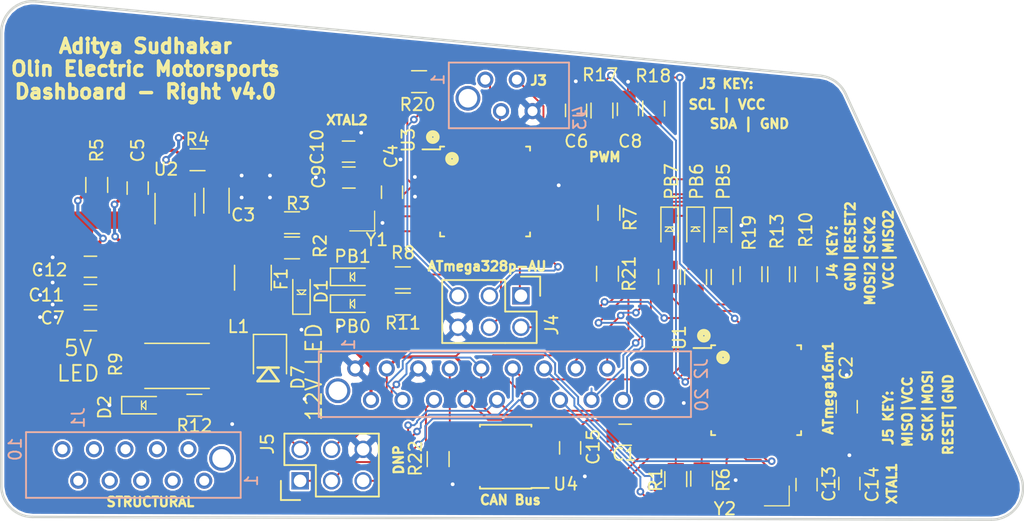
<source format=kicad_pcb>
(kicad_pcb (version 20171130) (host pcbnew 5.0.2-bee76a0~70~ubuntu18.04.1)
  (title_block (title "Dashboard Right") (rev 6.0) (company "Olin Electric Motorsports") (comment 1 "Aditya Sudhakar") (comment 2 "Updated 2/1/19"))
  (layers (0 F.Cu signal hide) (31 B.Cu signal hide) (34 B.Paste user) (35 F.Paste user) (36 B.SilkS user hide) (37 F.SilkS user) (38 B.Mask user) (39 F.Mask user hide) (44 Edge.Cuts user))
  (net 0 "")
  (net 1 GND)
  (net 2 VCC)
  (net 3 "Net-(D2-Pad2)")
  (net 4 /MISO)
  (net 5 /RXCAN)
  (net 6 /SCK)
  (net 7 /12V_Fused)
  (net 8 "Net-(C5-Pad1)")
  (net 9 "Net-(C5-Pad2)")
  (net 10 "Net-(C11-Pad1)")
  (net 11 "Net-(D1-Pad2)")
  (net 12 +12V)
  (net 13 "Net-(R3-Pad2)")
  (net 14 "Net-(R4-Pad1)")
  (net 15 "Net-(C2-Pad1)")
  (net 16 "Net-(C6-Pad1)")
  (net 17 "Net-(C8-Pad1)")
  (net 18 /XTAL1)
  (net 19 /XTAL2)
  (net 20 "Net-(C13-Pad1)")
  (net 21 "Net-(C14-Pad1)")
  (net 22 "Net-(D3-Pad2)")
  (net 23 "Net-(D4-Pad2)")
  (net 24 "Net-(D5-Pad2)")
  (net 25 "Net-(D6-Pad2)")
  (net 26 "Net-(D8-Pad2)")
  (net 27 /CANL)
  (net 28 /STR_POT_SENSE)
  (net 29 /CANH)
  (net 30 /MOSI)
  (net 31 /RESET)
  (net 32 /RJLED1)
  (net 33 /RJLED2)
  (net 34 /LED_START)
  (net 35 /LED_BMS)
  (net 36 /LED_IMD)
  (net 37 /START_BTN)
  (net 38 "Net-(J2-Pad19)")
  (net 39 "Net-(J2-Pad20)")
  (net 40 /SCL)
  (net 41 /SDA)
  (net 42 /MISO_2)
  (net 43 /SCK_2)
  (net 44 /MOSI_2)
  (net 45 /RESET_2)
  (net 46 "Net-(R1-Pad2)")
  (net 47 "Net-(R6-Pad2)")
  (net 48 "Net-(R8-Pad2)")
  (net 49 "Net-(R10-Pad2)")
  (net 50 "Net-(R11-Pad2)")
  (net 51 "Net-(R13-Pad2)")
  (net 52 "Net-(R14-Pad1)")
  (net 53 "Net-(R15-Pad1)")
  (net 54 "Net-(R16-Pad1)")
  (net 55 /PWM_1)
  (net 56 /PWM_0)
  (net 57 "Net-(R19-Pad1)")
  (net 58 /TXCAN)
  (net 59 "Net-(U1-Pad14)")
  (net 60 "Net-(U1-Pad15)")
  (net 61 "Net-(U1-Pad16)")
  (net 62 "Net-(U1-Pad17)")
  (net 63 "Net-(U1-Pad18)")
  (net 64 "Net-(U1-Pad20)")
  (net 65 "Net-(U1-Pad21)")
  (net 66 "Net-(U1-Pad29)")
  (net 67 "Net-(U1-Pad32)")
  (net 68 "Net-(U3-Pad32)")
  (net 69 "Net-(U3-Pad31)")
  (net 70 "Net-(U3-Pad30)")
  (net 71 "Net-(U3-Pad26)")
  (net 72 "Net-(U3-Pad25)")
  (net 73 "Net-(U3-Pad22)")
  (net 74 "Net-(U3-Pad20)")
  (net 75 "Net-(U3-Pad19)")
  (net 76 "Net-(U3-Pad14)")
  (net 77 "Net-(U3-Pad11)")
  (net 78 "Net-(U3-Pad10)")
  (net 79 "Net-(U3-Pad9)")
  (net 80 "Net-(U3-Pad2)")
  (net 81 "Net-(U3-Pad1)")
  (net 82 "Net-(U4-Pad5)")
  (net 83 "Net-(J1-Pad5)")
  (net 84 "Net-(J1-Pad3)")
  (net 85 "Net-(J1-Pad1)")
  (net 86 "Net-(J1-Pad7)")
  (net 87 "Net-(J1-Pad2)")
  (net 88 "Net-(J1-Pad4)")
  (net 89 "Net-(J1-Pad6)")
  (net 90 "Net-(J1-Pad8)")
  (net 91 "Net-(J1-Pad9)")
  (net 92 "Net-(J1-Pad10)")
  (module footprints:SOIC-8_3.9x4.9mm_Pitch1.27mm_OEM (layer F.Cu) (at 65.882516 60.822054 180)
    (fp_text reference U4 (at -4.840793 -2.210267) (layer F.SilkS))
    (fp_text value CAN_Transceiver hide)
    (pad 8 smd rect (at 2.7 -1.905 180) (size 1.55 0.6) (layers F.Cu F.Paste F.Mask) (net 1 GND))
    (pad 7 smd rect (at 2.7 -0.635 180) (size 1.55 0.6) (layers F.Cu F.Paste F.Mask) (net 29 /CANH))
    (pad 6 smd rect (at 2.7 0.635 180) (size 1.55 0.6) (layers F.Cu F.Paste F.Mask) (net 27 /CANL))
    (pad 5 smd rect (at 2.7 1.905 180) (size 1.55 0.6) (layers F.Cu F.Paste F.Mask) (net 82 "Net-(U4-Pad5)"))
    (pad 4 smd rect (at -2.7 1.905 180) (size 1.55 0.6) (layers F.Cu F.Paste F.Mask) (net 5 /RXCAN))
    (pad 3 smd rect (at -2.7 0.635 180) (size 1.55 0.6) (layers F.Cu F.Paste F.Mask) (net 2 VCC))
    (pad 2 smd rect (at -2.7 -0.635 180) (size 1.55 0.6) (layers F.Cu F.Paste F.Mask) (net 1 GND))
    (pad 1 smd rect (at -2.7 -1.905 180) (size 1.55 0.6) (layers F.Cu F.Paste F.Mask) (net 58 /TXCAN))
  )
  (module footprints:Fuse_1210 (layer F.Cu) (at 45.498594 46.375499 90)
    (fp_text reference F1 (at -0.108387 2.279376 90) (layer F.SilkS))
    (fp_text value 500mA hide)
    (pad 2 smd rect (at 1.45 0 90) (size 0.9 2.5) (layers F.Cu F.Paste F.Mask) (net 7 /12V_Fused))
    (pad 1 smd rect (at -1.45 0 90) (size 0.9 2.5) (layers F.Cu F.Paste F.Mask) (net 12 +12V))
  )
  (module footprints:4.7uH_Inductor_OEM (layer F.Cu) (at 39.192596 47.0795 270)
    (fp_text reference L1 (at 3.2385 -5.1435) (layer F.SilkS))
    (fp_text value L_4.7uH hide)
    (pad 2 smd rect (at 2.35 0 270) (size 3.3 8.2) (layers F.Cu F.Paste F.Mask) (net 10 "Net-(C11-Pad1)"))
    (pad 1 smd rect (at -2.35 0 270) (size 3.3 8.2) (layers F.Cu F.Paste F.Mask) (net 9 "Net-(C5-Pad2)"))
  )
  (module footprints:SOT-23-6_OEM (layer F.Cu) (at 39.217996 40.475499 90)
    (fp_text reference U2 (at 2.8575 -0.7239) (layer F.SilkS))
    (fp_text value TPS561201 hide)
    (pad 5 smd rect (at 1.1 0 90) (size 1.06 0.65) (layers F.Cu F.Paste F.Mask) (net 13 "Net-(R3-Pad2)"))
    (pad 6 smd rect (at 1.1 -0.95 90) (size 1.06 0.65) (layers F.Cu F.Paste F.Mask) (net 8 "Net-(C5-Pad1)"))
    (pad 4 smd rect (at 1.1 0.95 90) (size 1.06 0.65) (layers F.Cu F.Paste F.Mask) (net 14 "Net-(R4-Pad1)"))
    (pad 3 smd rect (at -1.1 0.95 90) (size 1.06 0.65) (layers F.Cu F.Paste F.Mask) (net 7 /12V_Fused))
    (pad 2 smd rect (at -1.1 0 90) (size 1.06 0.65) (layers F.Cu F.Paste F.Mask) (net 9 "Net-(C5-Pad2)"))
    (pad 1 smd rect (at -1.1 -0.95 90) (size 1.06 0.65) (layers F.Cu F.Paste F.Mask) (net 1 GND))
  )
  (module footprints:C_1206_OEM (layer F.Cu) (at 42.558099 40.158001 90)
    (fp_text reference C3 (at -1.149367 2.156636) (layer F.SilkS))
    (fp_text value C_22uF hide)
    (pad 2 smd rect (at 1.5 0 90) (size 1 1.6) (layers F.Cu F.Paste F.Mask) (net 1 GND))
    (pad 1 smd rect (at -1.5 0 90) (size 1 1.6) (layers F.Cu F.Paste F.Mask) (net 7 /12V_Fused))
  )
  (module footprints:DO-214AA (layer F.Cu) (at 46.876094 54.128 270)
    (fp_text reference D7 (at 0.3 -2.25 270) (layer F.SilkS))
    (fp_text value D_Zener_18V hide)
    (pad 1 smd rect (at -2.032 0 90) (size 1.778 2.159) (layers F.Cu F.Paste F.Mask) (net 12 +12V))
    (pad 2 smd rect (at 2.032 0 90) (size 1.778 2.159) (layers F.Cu F.Paste F.Mask) (net 1 GND))
  )
  (module footprints:R_2512_OEM (layer F.Cu) (at 39.383097 53.492996 180)
    (fp_text reference R9 (at 4.953 0.127 90) (layer F.SilkS))
    (fp_text value R_0_Jumper hide)
    (pad 2 smd rect (at 3.1 0 180) (size 1 3.2) (layers F.Cu F.Paste F.Mask) (net 10 "Net-(C11-Pad1)"))
    (pad 1 smd rect (at -3.1 0 180) (size 1 3.2) (layers F.Cu F.Paste F.Mask) (net 2 VCC))
  )
  (module footprints:micromatch_female_vert_4 (layer B.Cu) (at 69.319149 30.389381 270)
    (fp_text reference J3 (at 3.23596 -2.54508 90) (layer B.SilkS) (effects (justify mirror)))
    (fp_text value MM_F_VT_04 hide)
    (fp_text user 1 (at 0 8.89 270) (layer B.SilkS) (effects (justify mirror)))
    (fp_text user 4 (at 2.54 -2.54 270) (layer B.SilkS) (effects (justify mirror)))
    (pad 5 thru_hole circle (at 1.5 6.48 270) (size 2 2) (drill 1.5) (layers *.Cu *.Mask))
    (pad 4 thru_hole circle (at 2.54 1.27 270) (size 1.3 1.3) (drill 0.8) (layers *.Cu *.Mask) (net 1 GND))
    (pad 2 thru_hole circle (at 2.54 3.81 270) (size 1.3 1.3) (drill 0.8) (layers *.Cu *.Mask) (net 41 /SDA))
    (pad 1 thru_hole circle (at 0 5.08 270) (size 1.3 1.3) (drill 0.8) (layers *.Cu *.Mask) (net 40 /SCL))
    (pad 3 thru_hole circle (at 0 2.54 270) (size 1.3 1.3) (drill 0.8) (layers *.Cu *.Mask) (net 2 VCC))
  )
  (module footprints:Pin_Header_Straight_2x03 (layer F.Cu) (at 67.113969 47.835501 270)
    (fp_text reference J4 (at 2.34442 -2.4892 270) (layer F.SilkS))
    (fp_text value CONN_02X03 hide)
    (pad 6 thru_hole circle (at 2.54 5.08 270) (size 1.4 1.4) (drill 1.016) (layers *.Cu *.Mask) (net 1 GND))
    (pad 5 thru_hole circle (at 0 5.08 270) (size 1.4 1.4) (drill 1.016) (layers *.Cu *.Mask) (net 45 /RESET_2))
    (pad 4 thru_hole circle (at 2.54 2.54 270) (size 1.4 1.4) (drill 1.016) (layers *.Cu *.Mask) (net 44 /MOSI_2))
    (pad 3 thru_hole circle (at 0 2.54 270) (size 1.4 1.4) (drill 1.016) (layers *.Cu *.Mask) (net 43 /SCK_2))
    (pad 2 thru_hole circle (at 2.54 0 270) (size 1.4 1.4) (drill 1.016) (layers *.Cu *.Mask) (net 2 VCC))
    (pad 1 thru_hole rect (at 0 0 270) (size 1.4 1.4) (drill 1.016) (layers *.Cu *.Mask) (net 42 /MISO_2))
  )
  (module footprints:Pin_Header_Straight_2x03 (layer F.Cu) (at 49.30603 62.7707 90)
    (fp_text reference J5 (at 2.98196 -2.63906 90) (layer F.SilkS))
    (fp_text value CONN_02X03 hide)
    (pad 6 thru_hole circle (at 2.54 5.08 90) (size 1.4 1.4) (drill 1.016) (layers *.Cu *.Mask) (net 1 GND))
    (pad 5 thru_hole circle (at 0 5.08 90) (size 1.4 1.4) (drill 1.016) (layers *.Cu *.Mask) (net 31 /RESET))
    (pad 4 thru_hole circle (at 2.54 2.54 90) (size 1.4 1.4) (drill 1.016) (layers *.Cu *.Mask) (net 30 /MOSI))
    (pad 3 thru_hole circle (at 0 2.54 90) (size 1.4 1.4) (drill 1.016) (layers *.Cu *.Mask) (net 6 /SCK))
    (pad 2 thru_hole circle (at 2.54 0 90) (size 1.4 1.4) (drill 1.016) (layers *.Cu *.Mask) (net 2 VCC))
    (pad 1 thru_hole rect (at 0 0 90) (size 1.4 1.4) (drill 1.016) (layers *.Cu *.Mask) (net 4 /MISO))
  )
  (module footprints:TQFP-32_7x7mm_Pitch0.8mm (layer F.Cu) (at 86.080587 55.452853)
    (fp_text reference U1 (at -6.187837 -4.244495 90) (layer F.SilkS))
    (fp_text value ATMEGA16M1 hide)
    (pad 32 smd rect (at -2.8 -4.25 90) (size 1.6 0.55) (layers F.Cu F.Paste F.Mask) (net 67 "Net-(U1-Pad32)"))
    (pad 31 smd rect (at -2 -4.25 90) (size 1.6 0.55) (layers F.Cu F.Paste F.Mask) (net 31 /RESET))
    (pad 30 smd rect (at -1.2 -4.25 90) (size 1.6 0.55) (layers F.Cu F.Paste F.Mask) (net 56 /PWM_0))
    (pad 29 smd rect (at -0.4 -4.25 90) (size 1.6 0.55) (layers F.Cu F.Paste F.Mask) (net 66 "Net-(U1-Pad29)"))
    (pad 28 smd rect (at 0.4 -4.25 90) (size 1.6 0.55) (layers F.Cu F.Paste F.Mask) (net 54 "Net-(R16-Pad1)"))
    (pad 27 smd rect (at 1.2 -4.25 90) (size 1.6 0.55) (layers F.Cu F.Paste F.Mask) (net 53 "Net-(R15-Pad1)"))
    (pad 26 smd rect (at 2 -4.25 90) (size 1.6 0.55) (layers F.Cu F.Paste F.Mask) (net 52 "Net-(R14-Pad1)"))
    (pad 25 smd rect (at 2.8 -4.25 90) (size 1.6 0.55) (layers F.Cu F.Paste F.Mask) (net 57 "Net-(R19-Pad1)"))
    (pad 24 smd rect (at 4.25 -2.8) (size 1.6 0.55) (layers F.Cu F.Paste F.Mask) (net 51 "Net-(R13-Pad2)"))
    (pad 23 smd rect (at 4.25 -2) (size 1.6 0.55) (layers F.Cu F.Paste F.Mask) (net 49 "Net-(R10-Pad2)"))
    (pad 22 smd rect (at 4.25 -1.2) (size 1.6 0.55) (layers F.Cu F.Paste F.Mask) (net 37 /START_BTN))
    (pad 21 smd rect (at 4.25 -0.4) (size 1.6 0.55) (layers F.Cu F.Paste F.Mask) (net 65 "Net-(U1-Pad21)"))
    (pad 20 smd rect (at 4.25 0.4) (size 1.6 0.55) (layers F.Cu F.Paste F.Mask) (net 64 "Net-(U1-Pad20)"))
    (pad 19 smd rect (at 4.25 1.2) (size 1.6 0.55) (layers F.Cu F.Paste F.Mask) (net 15 "Net-(C2-Pad1)"))
    (pad 18 smd rect (at 4.25 2) (size 1.6 0.55) (layers F.Cu F.Paste F.Mask) (net 63 "Net-(U1-Pad18)"))
    (pad 17 smd rect (at 4.25 2.8) (size 1.6 0.55) (layers F.Cu F.Paste F.Mask) (net 62 "Net-(U1-Pad17)"))
    (pad 16 smd rect (at 2.8 4.25 90) (size 1.6 0.55) (layers F.Cu F.Paste F.Mask) (net 61 "Net-(U1-Pad16)"))
    (pad 15 smd rect (at 2 4.25 90) (size 1.6 0.55) (layers F.Cu F.Paste F.Mask) (net 60 "Net-(U1-Pad15)"))
    (pad 14 smd rect (at 1.2 4.25 90) (size 1.6 0.55) (layers F.Cu F.Paste F.Mask) (net 59 "Net-(U1-Pad14)"))
    (pad 13 smd rect (at 0.4 4.25 90) (size 1.6 0.55) (layers F.Cu F.Paste F.Mask) (net 28 /STR_POT_SENSE))
    (pad 12 smd rect (at -0.4 4.25 90) (size 1.6 0.55) (layers F.Cu F.Paste F.Mask) (net 6 /SCK))
    (pad 11 smd rect (at -1.2 4.25 90) (size 1.6 0.55) (layers F.Cu F.Paste F.Mask) (net 20 "Net-(C13-Pad1)"))
    (pad 10 smd rect (at -2 4.25 90) (size 1.6 0.55) (layers F.Cu F.Paste F.Mask) (net 21 "Net-(C14-Pad1)"))
    (pad 9 smd rect (at -2.8 4.25 90) (size 1.6 0.55) (layers F.Cu F.Paste F.Mask) (net 47 "Net-(R6-Pad2)"))
    (pad 8 smd rect (at -4.25 2.8) (size 1.6 0.55) (layers F.Cu F.Paste F.Mask) (net 46 "Net-(R1-Pad2)"))
    (pad 7 smd rect (at -4.25 2) (size 1.6 0.55) (layers F.Cu F.Paste F.Mask) (net 5 /RXCAN))
    (pad 6 smd rect (at -4.25 1.2) (size 1.6 0.55) (layers F.Cu F.Paste F.Mask) (net 58 /TXCAN))
    (pad 5 smd rect (at -4.25 0.4) (size 1.6 0.55) (layers F.Cu F.Paste F.Mask) (net 1 GND))
    (pad 4 smd rect (at -4.25 -0.4) (size 1.6 0.55) (layers F.Cu F.Paste F.Mask) (net 2 VCC))
    (pad 3 smd rect (at -4.25 -1.2) (size 1.6 0.55) (layers F.Cu F.Paste F.Mask) (net 55 /PWM_1))
    (pad 2 smd rect (at -4.25 -2) (size 1.6 0.55) (layers F.Cu F.Paste F.Mask) (net 30 /MOSI))
    (pad 1 smd rect (at -4.25 -2.8) (size 1.6 0.55) (layers F.Cu F.Paste F.Mask) (net 4 /MISO))
  )
  (module footprints:TQFP-32_7x7mm_Pitch0.8mm (layer F.Cu) (at 64.223449 39.417941)
    (fp_text reference U3 (at -6.1976 -4.14782 90) (layer F.SilkS))
    (fp_text value ATmega328P-AU hide)
    (pad 32 smd rect (at -2.8 -4.25 90) (size 1.6 0.55) (layers F.Cu F.Paste F.Mask) (net 68 "Net-(U3-Pad32)"))
    (pad 31 smd rect (at -2 -4.25 90) (size 1.6 0.55) (layers F.Cu F.Paste F.Mask) (net 69 "Net-(U3-Pad31)"))
    (pad 30 smd rect (at -1.2 -4.25 90) (size 1.6 0.55) (layers F.Cu F.Paste F.Mask) (net 70 "Net-(U3-Pad30)"))
    (pad 29 smd rect (at -0.4 -4.25 90) (size 1.6 0.55) (layers F.Cu F.Paste F.Mask) (net 45 /RESET_2))
    (pad 28 smd rect (at 0.4 -4.25 90) (size 1.6 0.55) (layers F.Cu F.Paste F.Mask) (net 40 /SCL))
    (pad 27 smd rect (at 1.2 -4.25 90) (size 1.6 0.55) (layers F.Cu F.Paste F.Mask) (net 41 /SDA))
    (pad 26 smd rect (at 2 -4.25 90) (size 1.6 0.55) (layers F.Cu F.Paste F.Mask) (net 71 "Net-(U3-Pad26)"))
    (pad 25 smd rect (at 2.8 -4.25 90) (size 1.6 0.55) (layers F.Cu F.Paste F.Mask) (net 72 "Net-(U3-Pad25)"))
    (pad 24 smd rect (at 4.25 -2.8) (size 1.6 0.55) (layers F.Cu F.Paste F.Mask) (net 16 "Net-(C6-Pad1)"))
    (pad 23 smd rect (at 4.25 -2) (size 1.6 0.55) (layers F.Cu F.Paste F.Mask) (net 17 "Net-(C8-Pad1)"))
    (pad 22 smd rect (at 4.25 -1.2) (size 1.6 0.55) (layers F.Cu F.Paste F.Mask) (net 73 "Net-(U3-Pad22)"))
    (pad 21 smd rect (at 4.25 -0.4) (size 1.6 0.55) (layers F.Cu F.Paste F.Mask) (net 1 GND))
    (pad 20 smd rect (at 4.25 0.4) (size 1.6 0.55) (layers F.Cu F.Paste F.Mask) (net 74 "Net-(U3-Pad20)"))
    (pad 19 smd rect (at 4.25 1.2) (size 1.6 0.55) (layers F.Cu F.Paste F.Mask) (net 75 "Net-(U3-Pad19)"))
    (pad 18 smd rect (at 4.25 2) (size 1.6 0.55) (layers F.Cu F.Paste F.Mask) (net 2 VCC))
    (pad 17 smd rect (at 4.25 2.8) (size 1.6 0.55) (layers F.Cu F.Paste F.Mask) (net 43 /SCK_2))
    (pad 16 smd rect (at 2.8 4.25 90) (size 1.6 0.55) (layers F.Cu F.Paste F.Mask) (net 42 /MISO_2))
    (pad 15 smd rect (at 2 4.25 90) (size 1.6 0.55) (layers F.Cu F.Paste F.Mask) (net 44 /MOSI_2))
    (pad 14 smd rect (at 1.2 4.25 90) (size 1.6 0.55) (layers F.Cu F.Paste F.Mask) (net 76 "Net-(U3-Pad14)"))
    (pad 13 smd rect (at 0.4 4.25 90) (size 1.6 0.55) (layers F.Cu F.Paste F.Mask) (net 50 "Net-(R11-Pad2)"))
    (pad 12 smd rect (at -0.4 4.25 90) (size 1.6 0.55) (layers F.Cu F.Paste F.Mask) (net 48 "Net-(R8-Pad2)"))
    (pad 11 smd rect (at -1.2 4.25 90) (size 1.6 0.55) (layers F.Cu F.Paste F.Mask) (net 77 "Net-(U3-Pad11)"))
    (pad 10 smd rect (at -2 4.25 90) (size 1.6 0.55) (layers F.Cu F.Paste F.Mask) (net 78 "Net-(U3-Pad10)"))
    (pad 9 smd rect (at -2.8 4.25 90) (size 1.6 0.55) (layers F.Cu F.Paste F.Mask) (net 79 "Net-(U3-Pad9)"))
    (pad 8 smd rect (at -4.25 2.8) (size 1.6 0.55) (layers F.Cu F.Paste F.Mask) (net 19 /XTAL2))
    (pad 7 smd rect (at -4.25 2) (size 1.6 0.55) (layers F.Cu F.Paste F.Mask) (net 18 /XTAL1))
    (pad 6 smd rect (at -4.25 1.2) (size 1.6 0.55) (layers F.Cu F.Paste F.Mask) (net 2 VCC))
    (pad 5 smd rect (at -4.25 0.4) (size 1.6 0.55) (layers F.Cu F.Paste F.Mask) (net 1 GND))
    (pad 4 smd rect (at -4.25 -0.4) (size 1.6 0.55) (layers F.Cu F.Paste F.Mask) (net 2 VCC))
    (pad 3 smd rect (at -4.25 -1.2) (size 1.6 0.55) (layers F.Cu F.Paste F.Mask) (net 1 GND))
    (pad 2 smd rect (at -4.25 -2) (size 1.6 0.55) (layers F.Cu F.Paste F.Mask) (net 80 "Net-(U3-Pad2)"))
    (pad 1 smd rect (at -4.25 -2.8) (size 1.6 0.55) (layers F.Cu F.Paste F.Mask) (net 81 "Net-(U3-Pad1)"))
  )
  (module footprints:Crystal_SMD_FA238 (layer F.Cu) (at 53.312357 40.997843 180)
    (fp_text reference Y1 (at -2.186643 -2.309157) (layer F.SilkS))
    (fp_text value Crystal_SMD hide)
    (pad 4 smd rect (at -1.1 -0.8 180) (size 1.4 1.2) (layers F.Cu F.Mask) (net 1 GND))
    (pad 3 smd rect (at 1.1 -0.8 180) (size 1.4 1.2) (layers F.Cu F.Mask) (net 19 /XTAL2))
    (pad 2 smd rect (at 1.1 0.8 180) (size 1.4 1.2) (layers F.Cu F.Mask) (net 1 GND))
    (pad 1 smd rect (at -1.1 0.8 180) (size 1.4 1.2) (layers F.Cu F.Mask) (net 18 /XTAL1))
  )
  (module footprints:Crystal_SMD_FA238 (layer F.Cu) (at 86.747812 63.188579 180)
    (fp_text reference Y2 (at 3.181812 -1.835421 180) (layer F.SilkS))
    (fp_text value Crystal_SMD hide)
    (pad 4 smd rect (at -1.1 -0.8 180) (size 1.4 1.2) (layers F.Cu F.Mask) (net 1 GND))
    (pad 3 smd rect (at 1.1 -0.8 180) (size 1.4 1.2) (layers F.Cu F.Mask) (net 21 "Net-(C14-Pad1)"))
    (pad 2 smd rect (at 1.1 0.8 180) (size 1.4 1.2) (layers F.Cu F.Mask) (net 1 GND))
    (pad 1 smd rect (at -1.1 0.8 180) (size 1.4 1.2) (layers F.Cu F.Mask) (net 20 "Net-(C13-Pad1)"))
  )
  (module footprints:micromatch_female_vert_10 (layer B.Cu) (at 36.49426 62.76254 90)
    (fp_text reference J1 (at 5.08 -5.08 90) (layer B.SilkS) (effects (justify mirror)))
    (fp_text value MM_F_VT_10 hide)
    (fp_text user 1 (at 0 8.89 90) (layer B.SilkS) (effects (justify mirror)))
    (fp_text user 10 (at 2.54 -10.16 90) (layer B.SilkS) (effects (justify mirror)))
    (pad 11 thru_hole circle (at 1.8 6.48 90) (size 2 2) (drill 1.5) (layers *.Cu *.Mask))
    (pad 10 thru_hole circle (at 2.54 -6.35 90) (size 1.3 1.3) (drill 0.8) (layers *.Cu *.Mask) (net 92 "Net-(J1-Pad10)"))
    (pad 9 thru_hole circle (at 0 -5.08 90) (size 1.3 1.3) (drill 0.8) (layers *.Cu *.Mask) (net 91 "Net-(J1-Pad9)"))
    (pad 8 thru_hole circle (at 2.54 -3.81 90) (size 1.3 1.3) (drill 0.8) (layers *.Cu *.Mask) (net 90 "Net-(J1-Pad8)"))
    (pad 6 thru_hole circle (at 2.54 -1.27 90) (size 1.3 1.3) (drill 0.8) (layers *.Cu *.Mask) (net 89 "Net-(J1-Pad6)"))
    (pad 4 thru_hole circle (at 2.54 1.27 90) (size 1.3 1.3) (drill 0.8) (layers *.Cu *.Mask) (net 88 "Net-(J1-Pad4)"))
    (pad 2 thru_hole circle (at 2.54 3.81 90) (size 1.3 1.3) (drill 0.8) (layers *.Cu *.Mask) (net 87 "Net-(J1-Pad2)"))
    (pad 7 thru_hole circle (at 0 -2.54 90) (size 1.3 1.3) (drill 0.8) (layers *.Cu *.Mask) (net 86 "Net-(J1-Pad7)"))
    (pad 1 thru_hole circle (at 0 5.08 90) (size 1.3 1.3) (drill 0.8) (layers *.Cu *.Mask) (net 85 "Net-(J1-Pad1)"))
    (pad 3 thru_hole circle (at 0 2.54 90) (size 1.3 1.3) (drill 0.8) (layers *.Cu *.Mask) (net 84 "Net-(J1-Pad3)"))
    (pad 5 thru_hole circle (at 0 0 90) (size 1.3 1.3) (drill 0.8) (layers *.Cu *.Mask) (net 83 "Net-(J1-Pad5)"))
  )
  (module footprints:micromatch_female_vert_20 (layer B.Cu) (at 58.83357 53.70036 270)
    (fp_text reference J2 (at 0.0381 -22.82444 270) (layer B.SilkS) (effects (justify mirror)))
    (fp_text value MM_F_VT_20 hide)
    (fp_text user 20 (at 2.54 -22.86 270) (layer B.SilkS) (effects (justify mirror)))
    (fp_text user 1 (at -1.92786 5.61848 270) (layer B.SilkS) (effects (justify mirror)))
    (pad 5 thru_hole circle (at 0 0 270) (size 1.3 1.3) (drill 0.8) (layers *.Cu *.Mask) (net 1 GND))
    (pad 3 thru_hole circle (at 0 2.54 270) (size 1.3 1.3) (drill 0.8) (layers *.Cu *.Mask) (net 2 VCC))
    (pad 1 thru_hole circle (at 0 5.08 270) (size 1.3 1.3) (drill 0.8) (layers *.Cu *.Mask) (net 1 GND))
    (pad 7 thru_hole circle (at 0 -2.54 270) (size 1.3 1.3) (drill 0.8) (layers *.Cu *.Mask) (net 27 /CANL))
    (pad 2 thru_hole circle (at 2.54 3.81 270) (size 1.3 1.3) (drill 0.8) (layers *.Cu *.Mask) (net 12 +12V))
    (pad 4 thru_hole circle (at 2.54 1.27 270) (size 1.3 1.3) (drill 0.8) (layers *.Cu *.Mask) (net 28 /STR_POT_SENSE))
    (pad 6 thru_hole circle (at 2.54 -1.27 270) (size 1.3 1.3) (drill 0.8) (layers *.Cu *.Mask) (net 29 /CANH))
    (pad 8 thru_hole circle (at 2.54 -3.81 270) (size 1.3 1.3) (drill 0.8) (layers *.Cu *.Mask) (net 2 VCC))
    (pad 9 thru_hole circle (at 0 -5.08 270) (size 1.3 1.3) (drill 0.8) (layers *.Cu *.Mask) (net 30 /MOSI))
    (pad 10 thru_hole circle (at 2.54 -6.35 270) (size 1.3 1.3) (drill 0.8) (layers *.Cu *.Mask) (net 4 /MISO))
    (pad 11 thru_hole circle (at 0 -7.62 270) (size 1.3 1.3) (drill 0.8) (layers *.Cu *.Mask) (net 6 /SCK))
    (pad 12 thru_hole circle (at 2.54 -8.89 270) (size 1.3 1.3) (drill 0.8) (layers *.Cu *.Mask) (net 31 /RESET))
    (pad 13 thru_hole circle (at 0 -10.16 270) (size 1.3 1.3) (drill 0.8) (layers *.Cu *.Mask) (net 32 /RJLED1))
    (pad 14 thru_hole circle (at 2.54 -11.43 270) (size 1.3 1.3) (drill 0.8) (layers *.Cu *.Mask) (net 33 /RJLED2))
    (pad 15 thru_hole circle (at 0 -12.7 270) (size 1.3 1.3) (drill 0.8) (layers *.Cu *.Mask) (net 34 /LED_START))
    (pad 16 thru_hole circle (at 2.54 -13.97 270) (size 1.3 1.3) (drill 0.8) (layers *.Cu *.Mask) (net 35 /LED_BMS))
    (pad 17 thru_hole circle (at 0 -15.24 270) (size 1.3 1.3) (drill 0.8) (layers *.Cu *.Mask) (net 36 /LED_IMD))
    (pad 18 thru_hole circle (at 2.54 -16.51 270) (size 1.3 1.3) (drill 0.8) (layers *.Cu *.Mask) (net 37 /START_BTN))
    (pad 19 thru_hole circle (at 0 -17.78 270) (size 1.3 1.3) (drill 0.8) (layers *.Cu *.Mask) (net 38 "Net-(J2-Pad19)"))
    (pad 20 thru_hole circle (at 2.54 -19.05 270) (size 1.3 1.3) (drill 0.8) (layers *.Cu *.Mask) (net 39 "Net-(J2-Pad20)"))
    (pad 21 thru_hole circle (at 1.8 6.48 270) (size 2 2) (drill 1.5) (layers *.Cu *.Mask))
  )
  (module footprints:C_0805_OEM (layer F.Cu) (at 36.208101 39.141998 270)
    (fp_text reference C5 (at -3.048 0 90) (layer F.SilkS))
    (fp_text value C_0.1uF hide)
    (pad 1 smd rect (at -1 0 270) (size 1 1.25) (layers F.Cu F.Paste F.Mask) (net 8 "Net-(C5-Pad1)"))
    (pad 2 smd rect (at 1 0 270) (size 1 1.25) (layers F.Cu F.Paste F.Mask) (net 9 "Net-(C5-Pad2)"))
  )
  (module footprints:C_0805_OEM (layer F.Cu) (at 32.398096 47.777998 180)
    (fp_text reference C11 (at 3.556 0 180) (layer F.SilkS))
    (fp_text value C_1uF hide)
    (pad 1 smd rect (at -1 0 180) (size 1 1.25) (layers F.Cu F.Paste F.Mask) (net 10 "Net-(C11-Pad1)"))
    (pad 2 smd rect (at 1 0 180) (size 1 1.25) (layers F.Cu F.Paste F.Mask) (net 1 GND))
  )
  (module footprints:C_0805_OEM (layer F.Cu) (at 32.398098 45.491998 180)
    (fp_text reference C12 (at 3.302 -0.254 180) (layer F.SilkS))
    (fp_text value C_47uF hide)
    (pad 1 smd rect (at -1 0 180) (size 1 1.25) (layers F.Cu F.Paste F.Mask) (net 10 "Net-(C11-Pad1)"))
    (pad 2 smd rect (at 1 0 180) (size 1 1.25) (layers F.Cu F.Paste F.Mask) (net 1 GND))
  )
  (module footprints:LED_0805_OEM (layer F.Cu) (at 36.716098 56.667999)
    (fp_text reference D2 (at -3.172285 0.163847 90) (layer F.SilkS))
    (fp_text value LED_0805 hide)
    (pad 2 smd rect (at 1.1 0 180) (size 1.2 1.2) (layers F.Cu F.Paste F.Mask) (net 3 "Net-(D2-Pad2)"))
    (pad 1 smd rect (at -1.1 0 180) (size 1.2 1.2) (layers F.Cu F.Paste F.Mask) (net 1 GND))
  )
  (module footprints:R_0805_OEM (layer F.Cu) (at 48.654098 43.968002)
    (fp_text reference R2 (at 2.272902 -0.153002 90) (layer F.SilkS))
    (fp_text value R_1k hide)
    (pad 1 smd rect (at -0.95 0) (size 0.7 1.3) (layers F.Cu F.Paste F.Mask) (net 7 /12V_Fused))
    (pad 2 smd rect (at 0.95 0) (size 0.7 1.3) (layers F.Cu F.Paste F.Mask) (net 11 "Net-(D1-Pad2)"))
  )
  (module footprints:R_0805_OEM (layer F.Cu) (at 48.654096 41.935997)
    (fp_text reference R3 (at 0.494904 -1.549997) (layer F.SilkS))
    (fp_text value R_10k hide)
    (pad 1 smd rect (at -0.95 0) (size 0.7 1.3) (layers F.Cu F.Paste F.Mask) (net 7 /12V_Fused))
    (pad 2 smd rect (at 0.95 0) (size 0.7 1.3) (layers F.Cu F.Paste F.Mask) (net 13 "Net-(R3-Pad2)"))
  )
  (module footprints:R_0805_OEM (layer F.Cu) (at 40.780096 56.668001 180)
    (fp_text reference R12 (at 0 -1.65 180) (layer F.SilkS))
    (fp_text value R_200 hide)
    (pad 1 smd rect (at -0.95 0 180) (size 0.7 1.3) (layers F.Cu F.Paste F.Mask) (net 2 VCC))
    (pad 2 smd rect (at 0.95 0 180) (size 0.7 1.3) (layers F.Cu F.Paste F.Mask) (net 3 "Net-(D2-Pad2)"))
  )
  (module footprints:C_0805_OEM (layer F.Cu) (at 32.398099 49.81 180)
    (fp_text reference C7 (at 3.052 0.183 180) (layer F.SilkS))
    (fp_text value C_0.1uF hide)
    (pad 1 smd rect (at -1 0 180) (size 1 1.25) (layers F.Cu F.Paste F.Mask) (net 10 "Net-(C11-Pad1)"))
    (pad 2 smd rect (at 1 0 180) (size 1 1.25) (layers F.Cu F.Paste F.Mask) (net 1 GND))
  )
  (module footprints:LED_0805_OEM (layer F.Cu) (at 49.416095 47.523996 90)
    (fp_text reference D1 (at 0.051396 1.587105 90) (layer F.SilkS))
    (fp_text value LED_0805 hide)
    (pad 2 smd rect (at 1.1 0 270) (size 1.2 1.2) (layers F.Cu F.Paste F.Mask) (net 11 "Net-(D1-Pad2)"))
    (pad 1 smd rect (at -1.1 0 270) (size 1.2 1.2) (layers F.Cu F.Paste F.Mask) (net 1 GND))
  )
  (module footprints:R_0805_OEM (layer F.Cu) (at 41.034095 36.856001)
    (fp_text reference R4 (at 0 -1.65) (layer F.SilkS))
    (fp_text value R_10k hide)
    (pad 1 smd rect (at -0.95 0) (size 0.7 1.3) (layers F.Cu F.Paste F.Mask) (net 14 "Net-(R4-Pad1)"))
    (pad 2 smd rect (at 0.95 0) (size 0.7 1.3) (layers F.Cu F.Paste F.Mask) (net 1 GND))
  )
  (module footprints:R_0805_OEM (layer F.Cu) (at 32.906094 38.888001 270)
    (fp_text reference R5 (at -2.794 0 270) (layer F.SilkS))
    (fp_text value R_51.1k hide)
    (pad 1 smd rect (at -0.95 0 270) (size 0.7 1.3) (layers F.Cu F.Paste F.Mask) (net 14 "Net-(R4-Pad1)"))
    (pad 2 smd rect (at 0.95 0 270) (size 0.7 1.3) (layers F.Cu F.Paste F.Mask) (net 10 "Net-(C11-Pad1)"))
  )
  (module footprints:C_0805_OEM (layer F.Cu) (at 75.51629 59.049601 180)
    (fp_text reference C1 (at 0.08636 -1.58496) (layer F.SilkS))
    (fp_text value C_0.1uF hide)
    (pad 1 smd rect (at -1 0 180) (size 1 1.25) (layers F.Cu F.Paste F.Mask) (net 2 VCC))
    (pad 2 smd rect (at 1 0 180) (size 1 1.25) (layers F.Cu F.Paste F.Mask) (net 1 GND))
  )
  (module footprints:C_0805_OEM (layer F.Cu) (at 93.384091 56.790609 90)
    (fp_text reference C2 (at 3.135329 -0.04626 90) (layer F.SilkS))
    (fp_text value C_100pF hide)
    (pad 2 smd rect (at 1 0 90) (size 1 1.25) (layers F.Cu F.Paste F.Mask) (net 1 GND))
    (pad 1 smd rect (at -1 0 90) (size 1 1.25) (layers F.Cu F.Paste F.Mask) (net 15 "Net-(C2-Pad1)"))
  )
  (module footprints:C_0805_OEM (layer F.Cu) (at 56.71775 39.473821 90)
    (fp_text reference C4 (at 2.897821 -0.07575 90) (layer F.SilkS))
    (fp_text value C_0.1uF hide)
    (pad 2 smd rect (at 1 0 90) (size 1 1.25) (layers F.Cu F.Paste F.Mask) (net 1 GND))
    (pad 1 smd rect (at -1 0 90) (size 1 1.25) (layers F.Cu F.Paste F.Mask) (net 2 VCC))
  )
  (module footprints:C_0805_OEM (layer F.Cu) (at 71.558506 32.872235 90)
    (fp_text reference C6 (at -2.491866 0.020784 -180) (layer F.SilkS))
    (fp_text value C_0.1uF hide)
    (pad 2 smd rect (at 1 0 90) (size 1 1.25) (layers F.Cu F.Paste F.Mask) (net 1 GND))
    (pad 1 smd rect (at -1 0 90) (size 1 1.25) (layers F.Cu F.Paste F.Mask) (net 16 "Net-(C6-Pad1)"))
  )
  (module footprints:C_0805_OEM (layer F.Cu) (at 75.742134 32.780441 90)
    (fp_text reference C8 (at -2.58366 0.183096 -180) (layer F.SilkS))
    (fp_text value C_0.1uF hide)
    (pad 1 smd rect (at -1 0 90) (size 1 1.25) (layers F.Cu F.Paste F.Mask) (net 17 "Net-(C8-Pad1)"))
    (pad 2 smd rect (at 1 0 90) (size 1 1.25) (layers F.Cu F.Paste F.Mask) (net 1 GND))
  )
  (module footprints:C_0805_OEM (layer F.Cu) (at 53.24156 38.292618 180)
    (fp_text reference C9 (at 2.44156 0.065618 270) (layer F.SilkS))
    (fp_text value C_30pF hide)
    (pad 2 smd rect (at 1 0 180) (size 1 1.25) (layers F.Cu F.Paste F.Mask) (net 1 GND))
    (pad 1 smd rect (at -1 0 180) (size 1 1.25) (layers F.Cu F.Paste F.Mask) (net 18 /XTAL1))
  )
  (module footprints:C_0805_OEM (layer F.Cu) (at 53.213 36.195)
    (fp_text reference C10 (at -2.54 -0.381 90) (layer F.SilkS))
    (fp_text value C_30pF hide)
    (pad 1 smd rect (at -1 0) (size 1 1.25) (layers F.Cu F.Paste F.Mask) (net 19 /XTAL2))
    (pad 2 smd rect (at 1 0) (size 1 1.25) (layers F.Cu F.Paste F.Mask) (net 1 GND))
  )
  (module footprints:C_0805_OEM (layer F.Cu) (at 90.145154 63.079336 270)
    (fp_text reference C13 (at -0.054128 -1.804387 90) (layer F.SilkS))
    (fp_text value C_30pF hide)
    (pad 2 smd rect (at 1 0 270) (size 1 1.25) (layers F.Cu F.Paste F.Mask) (net 1 GND))
    (pad 1 smd rect (at -1 0 270) (size 1 1.25) (layers F.Cu F.Paste F.Mask) (net 20 "Net-(C13-Pad1)"))
  )
  (module footprints:C_0805_OEM (layer F.Cu) (at 93.599 62.992 90)
    (fp_text reference C14 (at -0.078028 1.834181 90) (layer F.SilkS))
    (fp_text value C_30pF hide)
    (pad 2 smd rect (at 1 0 90) (size 1 1.25) (layers F.Cu F.Paste F.Mask) (net 1 GND))
    (pad 1 smd rect (at -1 0 90) (size 1 1.25) (layers F.Cu F.Paste F.Mask) (net 21 "Net-(C14-Pad1)"))
  )
  (module footprints:C_0805_OEM (layer F.Cu) (at 71.079359 60.110855 270)
    (fp_text reference C15 (at -0.080814 -1.856292 270) (layer F.SilkS))
    (fp_text value C_0.1uF hide)
    (pad 2 smd rect (at 1 0 270) (size 1 1.25) (layers F.Cu F.Paste F.Mask) (net 1 GND))
    (pad 1 smd rect (at -1 0 270) (size 1 1.25) (layers F.Cu F.Paste F.Mask) (net 2 VCC))
  )
  (module formula:LED_0805_OEM (layer F.Cu) (at 53.552077 46.307081)
    (fp_text reference PB1 (at -0.011417 -1.656421) (layer F.SilkS))
    (fp_text value LED hide)
    (pad 1 smd rect (at -1.099999 0 180) (size 1.2 1.2) (layers F.Cu F.Paste F.Mask) (net 1 GND))
    (pad 2 smd rect (at 1.099999 0 180) (size 1.2 1.2) (layers F.Cu F.Paste F.Mask) (net 22 "Net-(D3-Pad2)"))
  )
  (module formula:LED_0805_OEM (layer F.Cu) (at 53.552079 48.476713)
    (fp_text reference PB0 (at -0.011419 1.825447) (layer F.SilkS))
    (fp_text value LED hide)
    (pad 2 smd rect (at 1.099999 0 180) (size 1.2 1.2) (layers F.Cu F.Paste F.Mask) (net 23 "Net-(D4-Pad2)"))
    (pad 1 smd rect (at -1.099999 0 180) (size 1.2 1.2) (layers F.Cu F.Paste F.Mask) (net 1 GND))
  )
  (module formula:LED_0805_OEM (layer F.Cu) (at 83.395121 42.518847 270)
    (fp_text reference PB5 (at -3.910847 -0.043879 270) (layer F.SilkS))
    (fp_text value LED hide)
    (pad 1 smd rect (at -1.099999 0 90) (size 1.2 1.2) (layers F.Cu F.Paste F.Mask) (net 1 GND))
    (pad 2 smd rect (at 1.099999 0 90) (size 1.2 1.2) (layers F.Cu F.Paste F.Mask) (net 24 "Net-(D5-Pad2)"))
  )
  (module formula:LED_0805_OEM (layer F.Cu) (at 81.189571 42.479332 270)
    (fp_text reference PB6 (at -3.871332 -0.090429 90) (layer F.SilkS))
    (fp_text value LED hide)
    (pad 2 smd rect (at 1.099999 0 90) (size 1.2 1.2) (layers F.Cu F.Paste F.Mask) (net 25 "Net-(D6-Pad2)"))
    (pad 1 smd rect (at -1.099999 0 90) (size 1.2 1.2) (layers F.Cu F.Paste F.Mask) (net 1 GND))
  )
  (module formula:LED_0805_OEM (layer F.Cu) (at 79.100762 42.48113 270)
    (fp_text reference PB7 (at -3.87313 -0.147238 270) (layer F.SilkS))
    (fp_text value LED hide)
    (pad 1 smd rect (at -1.099999 0 90) (size 1.2 1.2) (layers F.Cu F.Paste F.Mask) (net 1 GND))
    (pad 2 smd rect (at 1.099999 0 90) (size 1.2 1.2) (layers F.Cu F.Paste F.Mask) (net 26 "Net-(D8-Pad2)"))
  )
  (module footprints:R_0805_OEM (layer F.Cu) (at 79.598713 62.634577 90)
    (fp_text reference R1 (at -0.057703 -1.610553 90) (layer F.SilkS))
    (fp_text value R_200 hide)
    (pad 1 smd rect (at -0.949999 0 90) (size 0.7 1.3) (layers F.Cu F.Paste F.Mask) (net 32 /RJLED1))
    (pad 2 smd rect (at 0.949999 0 90) (size 0.7 1.3) (layers F.Cu F.Paste F.Mask) (net 46 "Net-(R1-Pad2)"))
  )
  (module footprints:R_0805_OEM (layer F.Cu) (at 81.689315 62.591473 90)
    (fp_text reference R6 (at -0.100807 1.742065 90) (layer F.SilkS))
    (fp_text value R_200 hide)
    (pad 2 smd rect (at 0.949999 0 90) (size 0.7 1.3) (layers F.Cu F.Paste F.Mask) (net 47 "Net-(R6-Pad2)"))
    (pad 1 smd rect (at -0.949999 0 90) (size 0.7 1.3) (layers F.Cu F.Paste F.Mask) (net 33 /RJLED2))
  )
  (module footprints:R_0805_OEM (layer F.Cu) (at 74.207791 41.142038 90)
    (fp_text reference R7 (at -0.493324 1.7149 90) (layer F.SilkS))
    (fp_text value R_100 hide)
    (pad 1 smd rect (at -0.95 0 90) (size 0.7 1.3) (layers F.Cu F.Paste F.Mask) (net 2 VCC))
    (pad 2 smd rect (at 0.95 0 90) (size 0.7 1.3) (layers F.Cu F.Paste F.Mask) (net 15 "Net-(C2-Pad1)"))
  )
  (module footprints:R_0805_OEM (layer F.Cu) (at 57.587804 46.384313)
    (fp_text reference R8 (at 0.019757 -2.016966) (layer F.SilkS))
    (fp_text value R_200 hide)
    (pad 2 smd rect (at 0.949999 0) (size 0.7 1.3) (layers F.Cu F.Paste F.Mask) (net 48 "Net-(R8-Pad2)"))
    (pad 1 smd rect (at -0.949999 0) (size 0.7 1.3) (layers F.Cu F.Paste F.Mask) (net 22 "Net-(D3-Pad2)"))
  )
  (module footprints:R_0805_OEM (layer F.Cu) (at 90.113286 46.095034 270)
    (fp_text reference R10 (at -3.585913 0.027557 270) (layer F.SilkS))
    (fp_text value R_200 hide)
    (pad 2 smd rect (at 0.949999 0 270) (size 0.7 1.3) (layers F.Cu F.Paste F.Mask) (net 49 "Net-(R10-Pad2)"))
    (pad 1 smd rect (at -0.949999 0 270) (size 0.7 1.3) (layers F.Cu F.Paste F.Mask) (net 36 /LED_IMD))
  )
  (module footprints:R_0805_OEM (layer F.Cu) (at 57.598581 48.492878)
    (fp_text reference R11 (at -0.001991 1.552423) (layer F.SilkS))
    (fp_text value R_200 hide)
    (pad 1 smd rect (at -0.949999 0) (size 0.7 1.3) (layers F.Cu F.Paste F.Mask) (net 23 "Net-(D4-Pad2)"))
    (pad 2 smd rect (at 0.949999 0) (size 0.7 1.3) (layers F.Cu F.Paste F.Mask) (net 50 "Net-(R11-Pad2)"))
  )
  (module footprints:R_0805_OEM (layer F.Cu) (at 87.896959 46.098624 270)
    (fp_text reference R13 (at -3.457424 0.13279 270) (layer F.SilkS))
    (fp_text value R_200 hide)
    (pad 2 smd rect (at 0.949999 0 270) (size 0.7 1.3) (layers F.Cu F.Paste F.Mask) (net 51 "Net-(R13-Pad2)"))
    (pad 1 smd rect (at -0.949999 0 270) (size 0.7 1.3) (layers F.Cu F.Paste F.Mask) (net 34 /LED_START))
  )
  (module footprints:R_0805_OEM (layer F.Cu) (at 83.339582 46.316982 90)
    (fp_text reference R14 hide)
    (fp_text value R_200 hide)
    (pad 2 smd rect (at 0.949999 0 90) (size 0.7 1.3) (layers F.Cu F.Paste F.Mask) (net 24 "Net-(D5-Pad2)"))
    (pad 1 smd rect (at -0.949999 0 90) (size 0.7 1.3) (layers F.Cu F.Paste F.Mask) (net 52 "Net-(R14-Pad1)"))
  )
  (module footprints:R_0805_OEM (layer F.Cu) (at 81.198434 46.32922 90)
    (fp_text reference R15 hide)
    (fp_text value R_200 hide)
    (pad 1 smd rect (at -0.949999 0 90) (size 0.7 1.3) (layers F.Cu F.Paste F.Mask) (net 53 "Net-(R15-Pad1)"))
    (pad 2 smd rect (at 0.949999 0 90) (size 0.7 1.3) (layers F.Cu F.Paste F.Mask) (net 25 "Net-(D6-Pad2)"))
  )
  (module footprints:R_0805_OEM (layer F.Cu) (at 79.090128 46.306206 90)
    (fp_text reference R16 hide)
    (fp_text value R_200 hide)
    (pad 1 smd rect (at -0.949999 0 90) (size 0.7 1.3) (layers F.Cu F.Paste F.Mask) (net 54 "Net-(R16-Pad1)"))
    (pad 2 smd rect (at 0.949999 0 90) (size 0.7 1.3) (layers F.Cu F.Paste F.Mask) (net 26 "Net-(D8-Pad2)"))
  )
  (module footprints:R_0805_OEM (layer F.Cu) (at 73.645516 32.883011 270)
    (fp_text reference R17 (at -2.878311 0.145986) (layer F.SilkS))
    (fp_text value R_100K hide)
    (pad 2 smd rect (at 0.949999 0 270) (size 0.7 1.3) (layers F.Cu F.Paste F.Mask) (net 16 "Net-(C6-Pad1)"))
    (pad 1 smd rect (at -0.949999 0 270) (size 0.7 1.3) (layers F.Cu F.Paste F.Mask) (net 55 /PWM_1))
  )
  (module footprints:R_0805_OEM (layer F.Cu) (at 77.815948 32.721367 270)
    (fp_text reference R18 (at -2.632847 0.033978) (layer F.SilkS))
    (fp_text value R_100K hide)
    (pad 1 smd rect (at -0.949999 0 270) (size 0.7 1.3) (layers F.Cu F.Paste F.Mask) (net 56 /PWM_0))
    (pad 2 smd rect (at 0.949999 0 270) (size 0.7 1.3) (layers F.Cu F.Paste F.Mask) (net 17 "Net-(C8-Pad1)"))
  )
  (module footprints:R_0805_OEM (layer F.Cu) (at 85.669855 46.091442 90)
    (fp_text reference R19 (at 3.343561 -0.145965 90) (layer F.SilkS))
    (fp_text value R_200 hide)
    (pad 2 smd rect (at 0.949999 0 90) (size 0.7 1.3) (layers F.Cu F.Paste F.Mask) (net 35 /LED_BMS))
    (pad 1 smd rect (at -0.949999 0 90) (size 0.7 1.3) (layers F.Cu F.Paste F.Mask) (net 57 "Net-(R19-Pad1)"))
  )
  (module footprints:R_0805_OEM (layer F.Cu) (at 58.899649 30.550801 180)
    (fp_text reference R20 (at 0.12192 -1.84912 180) (layer F.SilkS))
    (fp_text value R_10K hide)
    (pad 2 smd rect (at 0.949999 0 180) (size 0.7 1.3) (layers F.Cu F.Paste F.Mask) (net 2 VCC))
    (pad 1 smd rect (at -0.949999 0 180) (size 0.7 1.3) (layers F.Cu F.Paste F.Mask) (net 45 /RESET_2))
  )
  (module footprints:R_0805_OEM (layer F.Cu) (at 74.093891 46.05496 270)
    (fp_text reference R21 (at 0 -1.74752 270) (layer F.SilkS))
    (fp_text value R_10k hide)
    (pad 2 smd rect (at 0.949999 0 270) (size 0.7 1.3) (layers F.Cu F.Paste F.Mask) (net 2 VCC))
    (pad 1 smd rect (at -0.949999 0 270) (size 0.7 1.3) (layers F.Cu F.Paste F.Mask) (net 31 /RESET))
  )
  (module footprints:R_0805_OEM (layer F.Cu) (at 60.439297 61.017633 90)
    (fp_text reference R22 (at 0.052873 -1.834327 90) (layer F.SilkS))
    (fp_text value R_120 hide)
    (pad 1 smd rect (at -0.949999 0 90) (size 0.7 1.3) (layers F.Cu F.Paste F.Mask) (net 29 /CANH))
    (pad 2 smd rect (at 0.949999 0 90) (size 0.7 1.3) (layers F.Cu F.Paste F.Mask) (net 27 /CANL))
  )
  (gr_arc (start 27.744936 26.599606) (end 25.204937 26.599606) (angle 95.41898918) (layer Edge.Cuts) (width 0.2))
  (gr_arc (start 90.991498 32.599314) (end 91.231371 30.070666) (angle 60) (layer Edge.Cuts) (width 0.2))
  (gr_line (start 91.231371 30.070666) (end 27.984809 24.070957) (layer Edge.Cuts) (width 0.2))
  (gr_line (start 93.301307 31.542727) (end 107.374242 62.307618) (layer Edge.Cuts) (width 0.2))
  (gr_arc (start 105.064432 63.364206) (end 107.374242 62.307618) (angle 114.7437831) (layer Edge.Cuts) (width 0.2))
  (gr_line (start 105.057216 65.904195) (end 27.73772 65.684538) (layer Edge.Cuts) (width 0.2))
  (gr_line (start 25.204937 63.144547) (end 25.204937 26.599606) (layer Edge.Cuts) (width 0.2))
  (gr_arc (start 27.744936 63.144547) (end 27.73772 65.684538) (angle 89.83722768) (layer Edge.Cuts) (width 0.2))
  (gr_text GND|12V (at 205.38186 67.25412 270) (layer B.SilkS) (effects (font (size 0.762 0.762) (thickness 0.1905)) (justify mirror)))
  (gr_text PWM (at 73.8759 36.63442) (layer F.SilkS) (effects (font (size 0.762 0.762) (thickness 0.1905))))
  (gr_text "J3\n" (at 68.536369 30.45936) (layer F.SilkS) (effects (font (size 0.762 0.762) (thickness 0.1905))))
  (gr_text "SDA | GND\n" (at 85.54212 33.94964) (layer F.SilkS) (effects (font (size 0.762 0.762) (thickness 0.1905))))
  (gr_text "J3 KEY:" (at 83.6727 30.727724) (layer F.SilkS) (effects (font (size 0.762 0.762) (thickness 0.1905))))
  (gr_text STRUCTURAL (at 37.22878 64.47536) (layer F.SilkS) (effects (font (size 0.762 0.762) (thickness 0.1905))))
  (gr_text "J5 KEY:" (at 96.73336 57.68848 90) (layer F.SilkS) (effects (font (size 0.762 0.762) (thickness 0.1905))))
  (gr_text "SCL | VCC" (at 83.733663 32.399043) (layer F.SilkS) (effects (font (size 0.762 0.762) (thickness 0.1905))))
  (gr_text VCC|MISO2 (at 96.7486 44.0944 90) (layer F.SilkS) (effects (font (size 0.762 0.762) (thickness 0.1905))))
  (gr_text "GND|RESET2\n" (at 93.68282 43.84548 90) (layer F.SilkS) (effects (font (size 0.762 0.762) (thickness 0.1905))))
  (gr_text "MOSI2|SCK2\n\n" (at 95.87992 45.00626 90) (layer F.SilkS) (effects (font (size 0.762 0.762) (thickness 0.1905))))
  (gr_text "RESET|GND\n" (at 101.56444 57.42686 90) (layer F.SilkS) (effects (font (size 0.762 0.762) (thickness 0.1905))))
  (gr_text "SCK|MOSI\n" (at 99.91852 56.7055 90) (layer F.SilkS) (effects (font (size 0.762 0.762) (thickness 0.1905))))
  (gr_text MISO|VCC (at 98.28022 57.19826 90) (layer F.SilkS) (effects (font (size 0.762 0.762) (thickness 0.1905))))
  (gr_text "J4 KEY:" (at 92.23248 44.34332 90) (layer F.SilkS) (effects (font (size 0.762 0.762) (thickness 0.1905))))
  (gr_text "Aditya Sudhakar\nOlin Electric Motorsports\nDashboard - Right v4.0" (at 36.83254 29.5148) (layer F.SilkS) (effects (font (size 1.143 1.143) (thickness 0.28575))))
  (gr_text XTAL1 (at 97.028 62.992 90) (layer F.SilkS) (effects (font (size 0.762 0.762) (thickness 0.1905))))
  (gr_text XTAL2 (at 53.086 33.655) (layer F.SilkS) (effects (font (size 0.762 0.762) (thickness 0.1905))))
  (gr_text ATmega16m1 (at 91.894266 55.282739 90) (layer F.SilkS) (effects (font (size 0.762 0.762) (thickness 0.1905))))
  (gr_text ATmega328p-AU (at 64.38093 45.452981) (layer F.SilkS) (effects (font (size 0.762 0.762) (thickness 0.1905))))
  (gr_text DNP (at 57.24861 61.076522 91) (layer F.SilkS) (effects (font (size 0.762 0.762) (thickness 0.1905))))
  (gr_text "CAN Bus\n" (at 66.26053 64.317561) (layer F.SilkS) (effects (font (size 0.762 0.762) (thickness 0.1905))))
  (gr_text "5V\nLED" (at 31.407672 53.082806) (layer F.SilkS) (effects (font (size 1.27 1.27) (thickness 0.1524))))
  (gr_text "12V LED" (at 50.41392 53.9877 90) (layer F.SilkS) (effects (font (size 1.27 1.27) (thickness 0.1524))))
  (segment (start 46.876098 56.159998) (end 49.670097 56.159998) (width 0.254) (layer F.Cu) (net 1))
  (via (at 49.670097 56.159998) (size 0.6096) (drill 0.3048) (layers F.Cu B.Cu) (net 1))
  (segment (start 35.616095 56.667999) (end 33.922094 56.667999) (width 0.254) (layer F.Cu) (net 1))
  (via (at 33.922094 56.667999) (size 0.6096) (drill 0.3048) (layers F.Cu B.Cu) (net 1))
  (segment (start 41.984096 36.856001) (end 41.984097 38.084001) (width 0.254) (layer F.Cu) (net 1))
  (segment (start 41.984097 38.084001) (end 42.558098 38.658002) (width 0.254) (layer F.Cu) (net 1))
  (segment (start 46.876098 56.159998) (end 46.685595 56.159999) (width 0.254) (layer F.Cu) (net 1))
  (segment (start 42.558098 38.658002) (end 44.058098 38.658002) (width 0.254) (layer F.Cu) (net 1))
  (via (at 44.590096 39.903999) (size 0.6096) (drill 0.3048) (layers F.Cu B.Cu) (net 1))
  (via (at 46.876098 39.903996) (size 0.6096) (drill 0.3048) (layers F.Cu B.Cu) (net 1))
  (segment (start 46.876096 38.125999) (end 46.876098 39.903996) (width 0.254) (layer F.Cu) (net 1))
  (via (at 46.876096 38.125999) (size 0.6096) (drill 0.3048) (layers F.Cu B.Cu) (net 1))
  (via (at 44.590098 38.126) (size 0.6096) (drill 0.3048) (layers F.Cu B.Cu) (net 1))
  (segment (start 44.058098 38.658002) (end 44.590098 38.126) (width 0.254) (layer F.Cu) (net 1))
  (segment (start 29.604096 49.555998) (end 28.334098 49.556002) (width 0.254) (layer F.Cu) (net 1))
  (segment (start 29.858097 49.81) (end 29.604096 49.555998) (width 0.254) (layer F.Cu) (net 1))
  (via (at 29.604096 49.555998) (size 0.6096) (drill 0.3048) (layers F.Cu B.Cu) (net 1))
  (segment (start 31.3981 49.809998) (end 29.858097 49.81) (width 0.254) (layer F.Cu) (net 1))
  (segment (start 29.096098 44.476) (end 29.096097 43.46) (width 0.254) (layer F.Cu) (net 1))
  (segment (start 29.3501 44.729997) (end 29.096098 44.476) (width 0.254) (layer F.Cu) (net 1))
  (via (at 29.3501 44.729997) (size 0.6096) (drill 0.3048) (layers F.Cu B.Cu) (net 1))
  (via (at 28.334098 45.745998) (size 0.6096) (drill 0.3048) (layers F.Cu B.Cu) (net 1))
  (segment (start 29.350097 46.761997) (end 28.334098 45.745998) (width 0.254) (layer F.Cu) (net 1))
  (via (at 29.350097 46.761997) (size 0.6096) (drill 0.3048) (layers F.Cu B.Cu) (net 1))
  (via (at 28.334098 47.777999) (size 0.6096) (drill 0.3048) (layers F.Cu B.Cu) (net 1))
  (segment (start 28.588096 47.777996) (end 28.334098 47.777999) (width 0.254) (layer F.Cu) (net 1))
  (segment (start 29.350097 48.54) (end 28.588096 47.777996) (width 0.254) (layer F.Cu) (net 1))
  (via (at 29.350097 48.54) (size 0.6096) (drill 0.3048) (layers F.Cu B.Cu) (net 1))
  (via (at 28.334098 49.556002) (size 0.6096) (drill 0.3048) (layers F.Cu B.Cu) (net 1))
  (segment (start 49.416095 48.624001) (end 49.416095 50.572001) (width 0.254) (layer F.Cu) (net 1))
  (via (at 49.416095 50.572001) (size 0.6096) (drill 0.3048) (layers F.Cu B.Cu) (net 1))
  (via (at 43.828097 58.191997) (size 0.6096) (drill 0.3048) (layers F.Cu B.Cu) (net 1))
  (segment (start 70.733158 61.457054) (end 71.079359 61.110855) (width 0.254) (layer F.Cu) (net 1))
  (segment (start 68.928717 61.110855) (end 68.582517 61.457055) (width 0.1524) (layer F.Cu) (net 1))
  (segment (start 71.079359 61.110855) (end 68.928717 61.110855) (width 0.1524) (layer F.Cu) (net 1))
  (via (at 61.60725 63.047561) (size 0.6096) (drill 0.3048) (layers F.Cu B.Cu) (net 1))
  (segment (start 63.182517 62.727053) (end 61.927756 62.727054) (width 0.1524) (layer F.Cu) (net 1))
  (segment (start 61.927756 62.727054) (end 61.60725 63.047561) (width 0.1524) (layer F.Cu) (net 1))
  (segment (start 71.726124 62.410021) (end 72.26509 62.410021) (width 0.1524) (layer F.Cu) (net 1))
  (segment (start 71.079359 61.110855) (end 71.079359 61.763255) (width 0.1524) (layer F.Cu) (net 1))
  (via (at 72.26509 62.410021) (size 0.6096) (drill 0.3048) (layers F.Cu B.Cu) (net 1))
  (segment (start 71.079359 61.763255) (end 71.726124 62.410021) (width 0.1524) (layer F.Cu) (net 1))
  (via (at 80.24323 56.489281) (size 0.6096) (drill 0.3048) (layers F.Cu B.Cu) (net 1))
  (segment (start 80.243231 56.487809) (end 80.24323 56.489281) (width 0.1524) (layer F.Cu) (net 1))
  (segment (start 81.830587 55.852851) (end 80.878188 55.852853) (width 0.1524) (layer F.Cu) (net 1))
  (segment (start 80.878188 55.852853) (end 80.243231 56.487809) (width 0.1524) (layer F.Cu) (net 1))
  (segment (start 88.324592 64.465359) (end 87.847813 63.98858) (width 0.1524) (layer F.Cu) (net 1))
  (segment (start 87.938572 64.079338) (end 87.847813 63.98858) (width 0.1524) (layer F.Cu) (net 1))
  (segment (start 90.145153 64.079338) (end 87.938572 64.079338) (width 0.1524) (layer F.Cu) (net 1))
  (segment (start 90.145153 64.079338) (end 90.270152 64.079338) (width 0.1524) (layer F.Cu) (net 1))
  (via (at 84.428599 62.712792) (size 0.6096) (drill 0.3048) (layers F.Cu B.Cu) (net 1))
  (segment (start 85.647814 62.38858) (end 84.752809 62.38858) (width 0.1524) (layer F.Cu) (net 1))
  (segment (start 84.752809 62.38858) (end 84.428599 62.712792) (width 0.1524) (layer F.Cu) (net 1))
  (segment (start 74.516289 60.158821) (end 72.26509 62.410021) (width 0.1524) (layer F.Cu) (net 1))
  (segment (start 74.516289 59.049601) (end 74.516289 60.158821) (width 0.1524) (layer F.Cu) (net 1))
  (segment (start 93.384091 55.790607) (end 93.384091 54.240216) (width 0.1524) (layer F.Cu) (net 1))
  (segment (start 81.187773 41.381131) (end 81.189571 41.379333) (width 0.1524) (layer F.Cu) (net 1))
  (segment (start 79.100762 41.381132) (end 81.187773 41.381131) (width 0.1524) (layer F.Cu) (net 1))
  (segment (start 83.355606 41.379333) (end 83.395119 41.418848) (width 0.1524) (layer F.Cu) (net 1))
  (segment (start 81.189571 41.379333) (end 83.355606 41.379333) (width 0.1524) (layer F.Cu) (net 1))
  (segment (start 84.882193 42.153521) (end 84.88889 42.153521) (width 0.1524) (layer F.Cu) (net 1))
  (segment (start 83.395119 41.418848) (end 84.147519 41.418848) (width 0.1524) (layer F.Cu) (net 1))
  (via (at 84.88889 42.153521) (size 0.6096) (drill 0.3048) (layers F.Cu B.Cu) (net 1))
  (segment (start 84.147519 41.418848) (end 84.882193 42.153521) (width 0.1524) (layer F.Cu) (net 1))
  (segment (start 59.02105 38.217941) (end 59.97345 38.21794) (width 0.1524) (layer F.Cu) (net 1))
  (segment (start 59.97345 39.817941) (end 59.02105 39.817941) (width 0.1524) (layer F.Cu) (net 1))
  (via (at 93.384091 54.240216) (size 0.6096) (drill 0.3048) (layers F.Cu B.Cu) (net 1))
  (via (at 75.752511 30.55842) (size 0.6096) (drill 0.3048) (layers F.Cu B.Cu) (net 1))
  (segment (start 75.742135 31.780442) (end 75.742135 30.568797) (width 0.1524) (layer F.Cu) (net 1))
  (segment (start 75.742135 30.568797) (end 75.752511 30.55842) (width 0.1524) (layer F.Cu) (net 1))
  (via (at 71.536111 30.522861) (size 0.6096) (drill 0.3048) (layers F.Cu B.Cu) (net 1))
  (segment (start 71.558505 31.872235) (end 71.558506 30.545257) (width 0.1524) (layer F.Cu) (net 1))
  (segment (start 71.558506 30.545257) (end 71.536111 30.522861) (width 0.1524) (layer F.Cu) (net 1))
  (segment (start 52.452079 47.724313) (end 52.452079 48.476713) (width 0.1524) (layer F.Cu) (net 1))
  (segment (start 52.452078 46.307081) (end 52.452079 47.724313) (width 0.1524) (layer F.Cu) (net 1))
  (via (at 52.425151 50.299302) (size 0.6096) (drill 0.3048) (layers F.Cu B.Cu) (net 1))
  (segment (start 52.452079 48.476713) (end 52.452079 50.272372) (width 0.1524) (layer F.Cu) (net 1))
  (segment (start 52.452079 50.272372) (end 52.425151 50.299302) (width 0.1524) (layer F.Cu) (net 1))
  (via (at 55.949057 41.951266) (size 0.6096) (drill 0.3048) (layers F.Cu B.Cu) (net 1))
  (segment (start 54.412357 41.797843) (end 55.795636 41.797843) (width 0.1524) (layer F.Cu) (net 1))
  (segment (start 55.795636 41.797843) (end 55.949057 41.951266) (width 0.1524) (layer F.Cu) (net 1))
  (segment (start 52.212356 38.321821) (end 52.241559 38.292618) (width 0.1524) (layer F.Cu) (net 1))
  (segment (start 52.212357 40.197843) (end 52.212356 38.321821) (width 0.1524) (layer F.Cu) (net 1))
  (via (at 50.57707 38.281934) (size 0.6096) (drill 0.3048) (layers F.Cu B.Cu) (net 1))
  (segment (start 52.241559 38.292618) (end 50.587755 38.292619) (width 0.1524) (layer F.Cu) (net 1))
  (segment (start 50.587755 38.292619) (end 50.57707 38.281934) (width 0.1524) (layer F.Cu) (net 1))
  (via (at 58.569409 39.83196) (size 0.6096) (drill 0.3048) (layers F.Cu B.Cu) (net 1))
  (segment (start 59.02105 39.817941) (end 58.58343 39.817941) (width 0.1524) (layer F.Cu) (net 1))
  (segment (start 58.58343 39.817941) (end 58.569409 39.83196) (width 0.1524) (layer F.Cu) (net 1))
  (via (at 58.559249 38.241921) (size 0.6096) (drill 0.3048) (layers F.Cu B.Cu) (net 1))
  (segment (start 59.02105 38.217941) (end 58.58323 38.21794) (width 0.1524) (layer F.Cu) (net 1))
  (segment (start 58.58323 38.21794) (end 58.559249 38.241921) (width 0.1524) (layer F.Cu) (net 1))
  (segment (start 68.47345 39.017942) (end 70.05905 39.017941) (width 0.1524) (layer F.Cu) (net 1))
  (via (at 70.15943 38.917561) (size 0.6096) (drill 0.3048) (layers F.Cu B.Cu) (net 1))
  (segment (start 70.05905 39.017941) (end 70.15943 38.917561) (width 0.1524) (layer F.Cu) (net 1))
  (segment (start 57.211269 38.47382) (end 56.71775 38.47382) (width 0.1524) (layer F.Cu) (net 1))
  (segment (start 92.35749 61.992) (end 93.599 61.992) (width 0.1524) (layer F.Cu) (net 1))
  (segment (start 90.145154 64.079336) (end 90.270154 64.079336) (width 0.1524) (layer F.Cu) (net 1))
  (segment (start 90.270154 64.079336) (end 92.35749 61.992) (width 0.1524) (layer F.Cu) (net 1))
  (via (at 93.599 60.706) (size 0.6096) (drill 0.3048) (layers F.Cu B.Cu) (net 1))
  (segment (start 93.599 61.992) (end 93.599 60.706) (width 0.1524) (layer F.Cu) (net 1))
  (segment (start 56.71775 38.473821) (end 56.71775 37.51625) (width 0.1524) (layer F.Cu) (net 1))
  (via (at 57.404 36.83) (size 0.6096) (drill 0.3048) (layers F.Cu B.Cu) (net 1))
  (segment (start 56.71775 37.51625) (end 57.404 36.83) (width 0.1524) (layer F.Cu) (net 1))
  (via (at 54.229 34.671) (size 0.6096) (drill 0.3048) (layers F.Cu B.Cu) (net 1))
  (segment (start 54.213 36.195) (end 54.213 34.687) (width 0.1524) (layer F.Cu) (net 1))
  (segment (start 54.213 34.687) (end 54.229 34.671) (width 0.1524) (layer F.Cu) (net 1))
  (segment (start 59.79321 40.653802) (end 59.86941 40.5776) (width 0.1524) (layer F.Cu) (net 2))
  (segment (start 62.64357 53.594847) (end 61.819684 52.77096) (width 0.254) (layer F.Cu) (net 2))
  (segment (start 62.64357 56.240361) (end 62.64357 53.594847) (width 0.254) (layer F.Cu) (net 2))
  (segment (start 71.079358 59.110853) (end 70.954358 59.110855) (width 0.254) (layer F.Cu) (net 2))
  (segment (start 71.079359 59.763256) (end 71.079358 59.110853) (width 0.1524) (layer F.Cu) (net 2))
  (segment (start 70.65556 60.187054) (end 71.079359 59.763256) (width 0.1524) (layer F.Cu) (net 2))
  (segment (start 68.582518 60.187054) (end 70.65556 60.187054) (width 0.1524) (layer F.Cu) (net 2))
  (segment (start 69.036745 57.845641) (end 70.301958 59.110854) (width 0.1524) (layer F.Cu) (net 2))
  (segment (start 64.467291 57.845641) (end 69.036745 57.845641) (width 0.1524) (layer F.Cu) (net 2))
  (segment (start 63.740611 57.118961) (end 64.467291 57.845641) (width 0.1524) (layer F.Cu) (net 2))
  (segment (start 63.52217 57.118962) (end 63.740611 57.118961) (width 0.1524) (layer F.Cu) (net 2))
  (segment (start 70.301958 59.110854) (end 71.079358 59.110853) (width 0.1524) (layer F.Cu) (net 2))
  (segment (start 62.64357 56.240361) (end 63.52217 57.118962) (width 0.1524) (layer F.Cu) (net 2))
  (segment (start 80.878186 55.05285) (end 79.570139 56.360899) (width 0.1524) (layer F.Cu) (net 2))
  (segment (start 81.830588 55.052852) (end 80.878186 55.05285) (width 0.1524) (layer F.Cu) (net 2))
  (segment (start 79.570139 56.360899) (end 79.570139 57.045531) (width 0.1524) (layer F.Cu) (net 2))
  (segment (start 79.570139 57.045531) (end 78.719229 57.896441) (width 0.1524) (layer F.Cu) (net 2))
  (segment (start 71.204357 59.110854) (end 71.079358 59.110853) (width 0.1524) (layer F.Cu) (net 2))
  (segment (start 72.39463 57.920583) (end 71.204357 59.110854) (width 0.1524) (layer F.Cu) (net 2))
  (segment (start 72.39463 57.896441) (end 72.39463 57.920583) (width 0.1524) (layer F.Cu) (net 2))
  (segment (start 78.11725 58.101041) (end 78.11725 57.896441) (width 0.1524) (layer F.Cu) (net 2))
  (segment (start 77.168689 59.049601) (end 78.11725 58.101041) (width 0.1524) (layer F.Cu) (net 2))
  (segment (start 76.516291 59.049602) (end 77.168689 59.049601) (width 0.1524) (layer F.Cu) (net 2))
  (segment (start 78.719229 57.896441) (end 78.11725 57.896441) (width 0.1524) (layer F.Cu) (net 2))
  (segment (start 78.11725 57.896441) (end 72.39463 57.896441) (width 0.1524) (layer F.Cu) (net 2))
  (segment (start 73.29149 47.00496) (end 72.676571 47.61988) (width 0.1524) (layer F.Cu) (net 2))
  (segment (start 74.093891 47.00496) (end 73.29149 47.00496) (width 0.1524) (layer F.Cu) (net 2))
  (segment (start 62.256801 52.33384) (end 61.819684 52.77096) (width 0.1524) (layer F.Cu) (net 2))
  (segment (start 69.704769 52.333841) (end 62.256801 52.33384) (width 0.1524) (layer F.Cu) (net 2))
  (segment (start 72.676569 47.721201) (end 72.676569 47.576961) (width 0.1524) (layer F.Cu) (net 2))
  (segment (start 72.676571 47.61988) (end 72.676569 47.721201) (width 0.1524) (layer F.Cu) (net 2))
  (segment (start 60.92585 40.617941) (end 59.97345 40.617941) (width 0.1524) (layer F.Cu) (net 2))
  (segment (start 67.52105 41.417939) (end 66.721049 40.617939) (width 0.1524) (layer F.Cu) (net 2))
  (segment (start 68.47345 41.41794) (end 67.52105 41.417939) (width 0.1524) (layer F.Cu) (net 2))
  (segment (start 61.348171 39.440261) (end 61.348171 40.617941) (width 0.1524) (layer F.Cu) (net 2))
  (segment (start 59.97345 39.017941) (end 60.92585 39.01794) (width 0.1524) (layer F.Cu) (net 2))
  (segment (start 66.721049 40.617939) (end 61.348171 40.617941) (width 0.1524) (layer F.Cu) (net 2))
  (segment (start 60.92585 39.01794) (end 61.348171 39.440261) (width 0.1524) (layer F.Cu) (net 2))
  (segment (start 61.348171 40.617941) (end 60.92585 40.617941) (width 0.1524) (layer F.Cu) (net 2))
  (segment (start 72.676571 46.179961) (end 72.676571 47.812641) (width 0.1524) (layer F.Cu) (net 2))
  (segment (start 72.676569 47.721201) (end 72.676571 47.812641) (width 0.1524) (layer F.Cu) (net 2))
  (segment (start 72.676571 47.812641) (end 72.676569 49.362039) (width 0.1524) (layer F.Cu) (net 2))
  (segment (start 42.483098 56.519) (end 42.334096 56.667999) (width 0.254) (layer F.Cu) (net 2))
  (segment (start 42.483096 53.492998) (end 42.483098 56.519) (width 0.254) (layer F.Cu) (net 2))
  (segment (start 43.168716 56.668) (end 44.412297 57.911582) (width 0.254) (layer F.Cu) (net 2))
  (segment (start 42.334096 56.667999) (end 43.168716 56.668) (width 0.254) (layer F.Cu) (net 2))
  (segment (start 69.42585 41.417939) (end 68.47345 41.41794) (width 0.1524) (layer F.Cu) (net 2))
  (segment (start 71.43651 43.4286) (end 69.42585 41.417939) (width 0.1524) (layer F.Cu) (net 2))
  (segment (start 71.43651 44.9399) (end 71.43651 43.4286) (width 0.1524) (layer F.Cu) (net 2))
  (segment (start 72.676571 46.179961) (end 71.43651 44.9399) (width 0.1524) (layer F.Cu) (net 2))
  (segment (start 69.305339 51.576921) (end 70.461689 51.576921) (width 0.1524) (layer F.Cu) (net 2))
  (segment (start 68.103918 50.375501) (end 69.305339 51.576921) (width 0.1524) (layer F.Cu) (net 2))
  (segment (start 72.676569 49.362039) (end 70.461689 51.576921) (width 0.1524) (layer F.Cu) (net 2))
  (segment (start 67.11397 50.3755) (end 68.103918 50.375501) (width 0.1524) (layer F.Cu) (net 2))
  (segment (start 70.461689 51.576921) (end 69.704769 52.333841) (width 0.1524) (layer F.Cu) (net 2))
  (segment (start 67.42915 31.03938) (end 66.77915 30.389381) (width 0.1524) (layer F.Cu) (net 2))
  (segment (start 68.927751 34.750122) (end 68.927751 32.537982) (width 0.1524) (layer F.Cu) (net 2))
  (segment (start 66.721049 36.956823) (end 68.927751 34.750122) (width 0.1524) (layer F.Cu) (net 2))
  (segment (start 68.927751 32.537982) (end 67.42915 31.03938) (width 0.1524) (layer F.Cu) (net 2))
  (segment (start 66.721049 40.617939) (end 66.721049 36.956823) (width 0.1524) (layer F.Cu) (net 2))
  (segment (start 57.949651 31.353201) (end 57.949651 30.550801) (width 0.1524) (layer F.Cu) (net 2))
  (segment (start 58.545835 39.017941) (end 57.949651 38.421755) (width 0.1524) (layer F.Cu) (net 2))
  (segment (start 57.949651 38.421755) (end 57.949651 31.353201) (width 0.1524) (layer F.Cu) (net 2))
  (segment (start 59.97345 39.017941) (end 58.545835 39.017941) (width 0.1524) (layer F.Cu) (net 2))
  (segment (start 56.861869 40.617941) (end 56.71775 40.473821) (width 0.1524) (layer F.Cu) (net 2))
  (segment (start 59.97345 40.617941) (end 56.861869 40.617941) (width 0.1524) (layer F.Cu) (net 2))
  (segment (start 46.986912 57.911582) (end 49.30603 60.2307) (width 0.1524) (layer F.Cu) (net 2))
  (segment (start 44.412297 57.911582) (end 46.986912 57.911582) (width 0.1524) (layer F.Cu) (net 2))
  (segment (start 54.282497 57.957241) (end 51.579489 57.957241) (width 0.1524) (layer F.Cu) (net 2))
  (segment (start 54.607018 57.957242) (end 54.282497 57.957241) (width 0.1524) (layer F.Cu) (net 2))
  (segment (start 56.29357 53.700362) (end 56.293571 56.270691) (width 0.1524) (layer F.Cu) (net 2))
  (segment (start 51.579489 57.957241) (end 49.30603 60.2307) (width 0.1524) (layer F.Cu) (net 2))
  (segment (start 56.293571 56.270691) (end 54.607018 57.957242) (width 0.1524) (layer F.Cu) (net 2))
  (segment (start 59.021049 39.017941) (end 59.973449 39.017941) (width 0.1524) (layer F.Cu) (net 2))
  (segment (start 58.29863 39.017941) (end 59.021049 39.017941) (width 0.1524) (layer F.Cu) (net 2))
  (segment (start 56.84275 40.473821) (end 58.29863 39.017941) (width 0.1524) (layer F.Cu) (net 2))
  (segment (start 56.71775 40.473821) (end 56.84275 40.473821) (width 0.1524) (layer F.Cu) (net 2))
  (segment (start 61.819683 52.770959) (end 61.819684 52.77096) (width 0.254) (layer F.Cu) (net 2))
  (segment (start 57.222971 52.770959) (end 61.819683 52.770959) (width 0.254) (layer F.Cu) (net 2))
  (segment (start 56.29357 53.70036) (end 57.222971 52.770959) (width 0.254) (layer F.Cu) (net 2))
  (segment (start 74.093891 46.50256) (end 74.093891 47.00496) (width 0.1524) (layer F.Cu) (net 2))
  (segment (start 73.215289 45.623959) (end 74.093891 46.50256) (width 0.1524) (layer F.Cu) (net 2))
  (segment (start 73.215289 43.586937) (end 73.215289 45.623959) (width 0.1524) (layer F.Cu) (net 2))
  (segment (start 74.207789 42.092037) (end 74.20779 42.594436) (width 0.1524) (layer F.Cu) (net 2))
  (segment (start 74.20779 42.594436) (end 73.215289 43.586937) (width 0.1524) (layer F.Cu) (net 2))
  (segment (start 39.830099 56.668001) (end 37.816098 56.668001) (width 0.254) (layer F.Cu) (net 3))
  (segment (start 80.878186 52.652852) (end 81.830586 52.652851) (width 0.1524) (layer F.Cu) (net 4))
  (segment (start 78.96052 54.570519) (end 80.878186 52.652852) (width 0.1524) (layer F.Cu) (net 4))
  (segment (start 78.96052 56.552791) (end 78.96052 54.570519) (width 0.1524) (layer F.Cu) (net 4))
  (segment (start 78.394349 57.118962) (end 78.96052 56.552791) (width 0.1524) (layer F.Cu) (net 4))
  (segment (start 66.06217 57.118962) (end 78.394349 57.118962) (width 0.1524) (layer F.Cu) (net 4))
  (segment (start 65.183569 56.240361) (end 66.06217 57.118962) (width 0.1524) (layer F.Cu) (net 4))
  (segment (start 50.15843 62.7707) (end 51.67449 61.25464) (width 0.1524) (layer F.Cu) (net 4))
  (segment (start 49.30603 62.7707) (end 50.15843 62.7707) (width 0.1524) (layer F.Cu) (net 4))
  (segment (start 51.67449 61.25464) (end 55.79872 61.25464) (width 0.1524) (layer F.Cu) (net 4))
  (segment (start 55.79872 61.25464) (end 58.01614 59.03722) (width 0.1524) (layer F.Cu) (net 4))
  (segment (start 58.01614 59.03722) (end 58.01614 58.2803) (width 0.1524) (layer F.Cu) (net 4))
  (via (at 58.01614 58.2803) (size 0.6096) (drill 0.3048) (layers F.Cu B.Cu) (net 4))
  (segment (start 65.18357 56.24036) (end 64.304969 57.118961) (width 0.1524) (layer B.Cu) (net 4))
  (segment (start 58.01614 58.2803) (end 58.51144 58.2803) (width 0.1524) (layer B.Cu) (net 4))
  (segment (start 58.734949 57.959712) (end 59.5757 57.118961) (width 0.1524) (layer B.Cu) (net 4))
  (segment (start 58.734949 58.056791) (end 58.734949 57.959712) (width 0.1524) (layer B.Cu) (net 4))
  (segment (start 58.51144 58.2803) (end 58.734949 58.056791) (width 0.1524) (layer B.Cu) (net 4))
  (segment (start 64.304969 57.118961) (end 59.5757 57.118961) (width 0.1524) (layer B.Cu) (net 4))
  (segment (start 67.578916 58.993255) (end 67.578916 63.209934) (width 0.1524) (layer F.Cu) (net 5))
  (segment (start 67.655117 58.917052) (end 67.578916 58.993255) (width 0.1524) (layer F.Cu) (net 5))
  (segment (start 68.582517 58.917052) (end 67.655117 58.917052) (width 0.1524) (layer F.Cu) (net 5))
  (segment (start 75.075384 63.255655) (end 80.878186 57.452851) (width 0.1524) (layer F.Cu) (net 5))
  (segment (start 80.878186 57.452851) (end 81.830586 57.452852) (width 0.1524) (layer F.Cu) (net 5))
  (segment (start 67.624636 63.255655) (end 75.075384 63.255655) (width 0.1524) (layer F.Cu) (net 5))
  (segment (start 67.578916 63.209934) (end 67.624636 63.255655) (width 0.1524) (layer F.Cu) (net 5))
  (segment (start 85.680587 55.089334) (end 82.740505 52.149251) (width 0.1524) (layer F.Cu) (net 6))
  (segment (start 85.680587 59.702852) (end 85.680587 55.089334) (width 0.1524) (layer F.Cu) (net 6))
  (segment (start 77.035298 54.578962) (end 67.332171 54.578962) (width 0.1524) (layer F.Cu) (net 6))
  (segment (start 79.465009 52.149249) (end 77.035298 54.578962) (width 0.1524) (layer F.Cu) (net 6))
  (segment (start 82.740505 52.149251) (end 79.465009 52.149249) (width 0.1524) (layer F.Cu) (net 6))
  (segment (start 67.332171 54.578962) (end 66.453569 53.700359) (width 0.1524) (layer F.Cu) (net 6))
  (segment (start 55.963811 61.559449) (end 58.73496 58.7883) (width 0.1524) (layer F.Cu) (net 6))
  (segment (start 51.84603 62.7707) (end 53.057281 61.559449) (width 0.1524) (layer F.Cu) (net 6))
  (via (at 58.73496 58.7883) (size 0.6096) (drill 0.3048) (layers F.Cu B.Cu) (net 6))
  (segment (start 53.057281 61.559449) (end 55.963811 61.559449) (width 0.1524) (layer F.Cu) (net 6))
  (segment (start 59.039759 58.483501) (end 59.039759 58.102501) (width 0.1524) (layer B.Cu) (net 6))
  (segment (start 58.73496 58.7883) (end 59.039759 58.483501) (width 0.1524) (layer B.Cu) (net 6))
  (segment (start 59.039759 58.102501) (end 59.70524 57.43702) (width 0.1524) (layer B.Cu) (net 6))
  (segment (start 66.45357 54.619598) (end 66.45357 53.70036) (width 0.1524) (layer B.Cu) (net 6))
  (segment (start 65.28724 57.43702) (end 66.45357 56.27069) (width 0.1524) (layer B.Cu) (net 6))
  (segment (start 66.45357 56.27069) (end 66.45357 54.619598) (width 0.1524) (layer B.Cu) (net 6))
  (segment (start 59.70524 57.43702) (end 65.28724 57.43702) (width 0.1524) (layer B.Cu) (net 6))
  (segment (start 41.967997 41.575504) (end 42.017998 41.525497) (width 0.6) (layer F.Cu) (net 7))
  (segment (start 38.268 39.375501) (end 38.267997 38.6619) (width 0.254) (layer F.Cu) (net 8))
  (segment (start 37.748097 38.142) (end 36.208097 38.142003) (width 0.254) (layer F.Cu) (net 8))
  (segment (start 38.267997 38.6619) (end 37.748097 38.142) (width 0.254) (layer F.Cu) (net 8))
  (segment (start 36.398597 40.1755) (end 34.6236 40.175497) (width 0.254) (layer F.Cu) (net 9))
  (segment (start 34.6236 40.175497) (end 34.341195 40.457902) (width 0.254) (layer F.Cu) (net 9))
  (via (at 34.341195 40.457902) (size 0.6096) (drill 0.3048) (layers F.Cu B.Cu) (net 9))
  (via (at 34.391996 43.0487) (size 0.6096) (drill 0.3048) (layers F.Cu B.Cu) (net 9))
  (segment (start 34.391996 43.0487) (end 36.072799 44.729499) (width 0.254) (layer F.Cu) (net 9))
  (segment (start 36.072799 44.729499) (end 37.478096 43.968002) (width 0.254) (layer F.Cu) (net 9))
  (segment (start 35.701598 44.7295) (end 37.478096 43.968002) (width 0.254) (layer F.Cu) (net 9))
  (segment (start 37.503498 43.942602) (end 37.478096 43.968002) (width 0.8) (layer F.Cu) (net 9))
  (segment (start 37.503498 43.942602) (end 37.478096 43.968002) (width 0.7) (layer F.Cu) (net 9))
  (segment (start 37.503498 43.942602) (end 37.478096 43.968002) (width 0.6) (layer F.Cu) (net 9))
  (segment (start 37.503498 43.942602) (end 37.478096 43.968002) (width 0.5) (layer F.Cu) (net 9))
  (segment (start 37.503498 43.942602) (end 37.478096 43.968002) (width 0.25) (layer F.Cu) (net 9))
  (segment (start 37.503498 43.942602) (end 37.478096 43.968002) (width 0.25) (layer F.Cu) (net 9))
  (segment (start 37.503498 43.942602) (end 37.478096 43.968002) (width 0.7) (layer F.Cu) (net 9))
  (segment (start 37.503498 43.942602) (end 37.478096 43.968002) (width 0.6) (layer F.Cu) (net 9))
  (segment (start 37.503498 43.942602) (end 37.478096 43.968002) (width 0.25) (layer F.Cu) (net 9))
  (segment (start 34.341197 42.9979) (end 34.391996 43.0487) (width 0.254) (layer B.Cu) (net 9))
  (segment (start 34.341195 40.457902) (end 34.341197 42.9979) (width 0.254) (layer B.Cu) (net 9))
  (segment (start 32.906098 39.837998) (end 31.702097 39.838002) (width 0.254) (layer F.Cu) (net 10))
  (segment (start 33.148097 43.471998) (end 33.148098 45.166997) (width 0.254) (layer F.Cu) (net 10))
  (segment (start 33.414096 43.205999) (end 33.148097 43.471998) (width 0.254) (layer F.Cu) (net 10))
  (via (at 33.414096 43.205999) (size 0.6096) (drill 0.3048) (layers F.Cu B.Cu) (net 10))
  (via (at 31.382098 40.158001) (size 0.6096) (drill 0.3048) (layers F.Cu B.Cu) (net 10))
  (segment (start 31.702097 39.838002) (end 31.382098 40.158001) (width 0.254) (layer F.Cu) (net 10))
  (segment (start 39.010099 49.611999) (end 39.192597 49.4295) (width 0.8) (layer F.Cu) (net 10))
  (segment (start 35.624599 49.429501) (end 39.192597 49.4295) (width 0.8) (layer F.Cu) (net 10))
  (segment (start 33.648099 44.525002) (end 33.6481 45.167001) (width 0.3) (layer F.Cu) (net 10))
  (segment (start 31.382096 41.173999) (end 33.414096 43.205999) (width 0.254) (layer B.Cu) (net 10))
  (segment (start 31.382098 40.158001) (end 31.382096 41.173999) (width 0.254) (layer B.Cu) (net 10))
  (segment (start 49.604099 43.967999) (end 49.604097 46.235999) (width 0.254) (layer F.Cu) (net 11))
  (segment (start 49.604097 46.235999) (end 49.416097 46.424) (width 0.254) (layer F.Cu) (net 11))
  (segment (start 45.498599 47.825498) (end 45.498598 50.908998) (width 0.254) (layer F.Cu) (net 12))
  (segment (start 45.498598 50.908998) (end 46.685597 52.096001) (width 0.254) (layer F.Cu) (net 12))
  (segment (start 46.685597 52.096001) (end 46.8761 52.096) (width 0.254) (layer F.Cu) (net 12))
  (segment (start 55.02357 55.321122) (end 55.02357 56.24036) (width 0.254) (layer F.Cu) (net 12))
  (segment (start 55.02357 53.594846) (end 55.02357 55.321122) (width 0.254) (layer F.Cu) (net 12))
  (segment (start 53.524724 52.096) (end 55.02357 53.594846) (width 0.254) (layer F.Cu) (net 12))
  (segment (start 46.876093 52.096) (end 53.524724 52.096) (width 0.254) (layer F.Cu) (net 12))
  (segment (start 49.604097 41.935998) (end 49.604098 37.298) (width 0.254) (layer F.Cu) (net 13))
  (segment (start 39.217999 37.579901) (end 39.217999 39.375499) (width 0.254) (layer F.Cu) (net 13))
  (segment (start 38.494099 36.856) (end 39.217999 37.579901) (width 0.254) (layer F.Cu) (net 13))
  (via (at 38.494099 36.856) (size 0.6096) (drill 0.3048) (layers F.Cu B.Cu) (net 13))
  (via (at 39.510098 35.077997) (size 0.6096) (drill 0.3048) (layers F.Cu B.Cu) (net 13))
  (segment (start 47.384096 35.078001) (end 39.510098 35.077997) (width 0.254) (layer F.Cu) (net 13))
  (segment (start 49.604098 37.298) (end 47.384096 35.078001) (width 0.254) (layer F.Cu) (net 13))
  (segment (start 39.510099 35.840001) (end 38.494099 36.856) (width 0.254) (layer B.Cu) (net 13))
  (segment (start 39.510098 35.077997) (end 39.510099 35.840001) (width 0.254) (layer B.Cu) (net 13))
  (segment (start 40.167995 39.375499) (end 40.167996 37.005898) (width 0.254) (layer F.Cu) (net 14))
  (segment (start 32.906097 36.855999) (end 32.906098 37.938001) (width 0.254) (layer F.Cu) (net 14))
  (segment (start 33.668098 36.094001) (end 32.906097 36.855999) (width 0.254) (layer F.Cu) (net 14))
  (segment (start 39.256099 36.094001) (end 33.668098 36.094001) (width 0.254) (layer F.Cu) (net 14))
  (segment (start 40.167996 37.005898) (end 39.256099 36.094001) (width 0.254) (layer F.Cu) (net 14))
  (segment (start 40.179098 39.3644) (end 40.167995 39.375499) (width 0.254) (layer F.Cu) (net 14))
  (segment (start 91.282988 56.652852) (end 90.330588 56.652851) (width 0.1524) (layer F.Cu) (net 15))
  (segment (start 91.968808 55.967031) (end 91.282988 56.652852) (width 0.1524) (layer F.Cu) (net 15))
  (segment (start 74.207791 40.192038) (end 74.207789 39.742038) (width 0.1524) (layer F.Cu) (net 15))
  (segment (start 77.46701 38.430533) (end 76.736143 38.430533) (width 0.1524) (layer F.Cu) (net 15))
  (segment (start 77.46701 38.430533) (end 85.241334 38.430533) (width 0.1524) (layer F.Cu) (net 15))
  (segment (start 74.20779 39.15418) (end 74.20779 40.192035) (width 0.1524) (layer F.Cu) (net 15))
  (segment (start 74.931437 38.430531) (end 74.20779 39.15418) (width 0.1524) (layer F.Cu) (net 15))
  (segment (start 93.384089 57.790607) (end 93.25909 57.790608) (width 0.1524) (layer F.Cu) (net 15))
  (segment (start 74.931437 38.430531) (end 75.008291 38.430533) (width 0.1524) (layer F.Cu) (net 15))
  (segment (start 75.008291 38.430533) (end 77.46701 38.430533) (width 0.1524) (layer F.Cu) (net 15))
  (segment (start 85.241334 38.430533) (end 91.968808 45.158009) (width 0.1524) (layer F.Cu) (net 15))
  (segment (start 91.968808 45.158009) (end 91.968808 55.967031) (width 0.1524) (layer F.Cu) (net 15))
  (segment (start 93.384091 57.138209) (end 93.384091 57.790609) (width 0.1524) (layer F.Cu) (net 15))
  (segment (start 92.898735 56.652853) (end 93.384091 57.138209) (width 0.1524) (layer F.Cu) (net 15))
  (segment (start 90.330587 56.652853) (end 92.898735 56.652853) (width 0.1524) (layer F.Cu) (net 15))
  (segment (start 71.597731 33.833011) (end 71.558506 33.872235) (width 0.1524) (layer F.Cu) (net 16))
  (segment (start 73.645516 33.833011) (end 71.597731 33.833011) (width 0.1524) (layer F.Cu) (net 16))
  (segment (start 68.998449 36.617941) (end 68.47345 36.617941) (width 0.1524) (layer F.Cu) (net 16))
  (segment (start 69.465199 36.617941) (end 69.42585 36.61794) (width 0.1524) (layer F.Cu) (net 16))
  (segment (start 71.558505 34.524635) (end 69.465199 36.617941) (width 0.1524) (layer F.Cu) (net 16))
  (segment (start 69.42585 36.61794) (end 68.47345 36.617941) (width 0.1524) (layer F.Cu) (net 16))
  (segment (start 71.558506 33.872235) (end 71.558505 34.524635) (width 0.1524) (layer F.Cu) (net 16))
  (segment (start 75.851209 33.671367) (end 75.742133 33.780441) (width 0.1524) (layer F.Cu) (net 17))
  (segment (start 77.815948 33.671365) (end 75.851209 33.671367) (width 0.1524) (layer F.Cu) (net 17))
  (segment (start 75.742133 33.780441) (end 75.742135 34.432842) (width 0.1524) (layer F.Cu) (net 17))
  (segment (start 72.757035 37.417941) (end 68.47345 37.41794) (width 0.1524) (layer F.Cu) (net 17))
  (segment (start 75.742135 34.432842) (end 72.757035 37.417941) (width 0.1524) (layer F.Cu) (net 17))
  (segment (start 54.412357 40.197843) (end 54.412357 38.463415) (width 0.1524) (layer F.Cu) (net 18))
  (segment (start 59.02105 41.417942) (end 59.97345 41.417941) (width 0.1524) (layer F.Cu) (net 18))
  (segment (start 58.69417 41.417942) (end 58.77769 41.417941) (width 0.1524) (layer F.Cu) (net 18))
  (segment (start 58.77769 41.417941) (end 59.02105 41.417942) (width 0.1524) (layer F.Cu) (net 18))
  (segment (start 56.125388 41.417941) (end 58.77769 41.417941) (width 0.1524) (layer F.Cu) (net 18))
  (segment (start 55.264757 40.197843) (end 54.412357 40.197843) (width 0.1524) (layer F.Cu) (net 18))
  (segment (start 55.474447 40.407533) (end 55.264757 40.197843) (width 0.1524) (layer F.Cu) (net 18))
  (segment (start 55.474447 40.767) (end 55.474447 40.407533) (width 0.1524) (layer F.Cu) (net 18))
  (segment (start 55.474447 40.767) (end 56.125388 41.417941) (width 0.1524) (layer F.Cu) (net 18))
  (segment (start 59.86941 42.177602) (end 59.79321 42.101401) (width 0.1524) (layer F.Cu) (net 19))
  (segment (start 59.021049 42.217941) (end 59.973449 42.217941) (width 0.1524) (layer F.Cu) (net 19))
  (segment (start 58.612546 42.626444) (end 59.021049 42.217941) (width 0.1524) (layer F.Cu) (net 19))
  (segment (start 52.288558 42.626444) (end 58.612546 42.626444) (width 0.1524) (layer F.Cu) (net 19))
  (segment (start 52.212357 42.550243) (end 52.288558 42.626444) (width 0.1524) (layer F.Cu) (net 19))
  (segment (start 52.212357 41.797843) (end 52.212357 42.550243) (width 0.1524) (layer F.Cu) (net 19))
  (segment (start 51.5606 36.195) (end 52.213 36.195) (width 0.1524) (layer F.Cu) (net 19))
  (segment (start 50.043669 37.711931) (end 51.5606 36.195) (width 0.1524) (layer F.Cu) (net 19))
  (segment (start 50.043669 40.481555) (end 50.043669 37.711931) (width 0.1524) (layer F.Cu) (net 19))
  (segment (start 51.359957 41.797843) (end 50.043669 40.481555) (width 0.1524) (layer F.Cu) (net 19))
  (segment (start 52.212357 41.797843) (end 51.359957 41.797843) (width 0.1524) (layer F.Cu) (net 19))
  (segment (start 87.847813 62.38858) (end 87.747814 62.38858) (width 0.1524) (layer F.Cu) (net 20))
  (segment (start 89.83591 62.38858) (end 90.145152 62.079338) (width 0.1524) (layer F.Cu) (net 20))
  (segment (start 87.847813 62.38858) (end 89.83591 62.38858) (width 0.1524) (layer F.Cu) (net 20))
  (segment (start 87.747812 62.38858) (end 87.847811 62.38858) (width 0.1524) (layer F.Cu) (net 20))
  (segment (start 87.847812 62.388579) (end 87.450734 62.388579) (width 0.254) (layer F.Cu) (net 20))
  (segment (start 87.747812 62.388579) (end 86.446233 61.087) (width 0.1524) (layer F.Cu) (net 20))
  (segment (start 87.847812 62.388579) (end 87.747812 62.388579) (width 0.1524) (layer F.Cu) (net 20))
  (segment (start 85.312334 61.087) (end 84.880587 60.655253) (width 0.1524) (layer F.Cu) (net 20))
  (segment (start 84.880587 60.655253) (end 84.880587 59.702853) (width 0.1524) (layer F.Cu) (net 20))
  (segment (start 86.446233 61.087) (end 85.312334 61.087) (width 0.1524) (layer F.Cu) (net 20))
  (segment (start 85.647812 63.98858) (end 85.647814 64.74098) (width 0.1524) (layer F.Cu) (net 21))
  (segment (start 85.647814 64.74098) (end 86.324592 65.417759) (width 0.1524) (layer F.Cu) (net 21))
  (segment (start 84.795412 63.98858) (end 85.647812 63.98858) (width 0.1524) (layer F.Cu) (net 21))
  (segment (start 83.693 61.04284) (end 84.080587 60.655253) (width 0.1524) (layer F.Cu) (net 21))
  (segment (start 83.693 62.886168) (end 83.693 61.04284) (width 0.1524) (layer F.Cu) (net 21))
  (segment (start 84.080587 60.655253) (end 84.080587 59.702853) (width 0.1524) (layer F.Cu) (net 21))
  (segment (start 84.795412 63.98858) (end 83.693 62.886168) (width 0.1524) (layer F.Cu) (net 21))
  (segment (start 92.8216 63.992) (end 93.599 63.992) (width 0.1524) (layer F.Cu) (net 21))
  (segment (start 91.395841 65.417759) (end 92.8216 63.992) (width 0.1524) (layer F.Cu) (net 21))
  (segment (start 86.324592 65.417759) (end 91.395841 65.417759) (width 0.1524) (layer F.Cu) (net 21))
  (segment (start 54.729305 46.384312) (end 54.652077 46.307084) (width 0.1524) (layer F.Cu) (net 22))
  (segment (start 56.637804 46.384313) (end 54.729305 46.384312) (width 0.1524) (layer F.Cu) (net 22))
  (segment (start 54.668242 48.492879) (end 54.652077 48.476713) (width 0.1524) (layer F.Cu) (net 23))
  (segment (start 56.648581 48.492878) (end 54.668242 48.492879) (width 0.1524) (layer F.Cu) (net 23))
  (segment (start 83.339582 43.674384) (end 83.395119 43.618845) (width 0.1524) (layer F.Cu) (net 24))
  (segment (start 83.339583 45.366984) (end 83.339582 43.674384) (width 0.1524) (layer F.Cu) (net 24))
  (segment (start 81.198434 43.588194) (end 81.189571 43.579331) (width 0.1524) (layer F.Cu) (net 25))
  (segment (start 81.198434 45.379221) (end 81.198434 43.588194) (width 0.1524) (layer F.Cu) (net 25))
  (segment (start 79.090127 43.591762) (end 79.10076 43.581129) (width 0.1524) (layer F.Cu) (net 26))
  (segment (start 79.090127 45.356207) (end 79.090127 43.591762) (width 0.1524) (layer F.Cu) (net 26))
  (segment (start 63.063098 60.067635) (end 63.182517 60.187054) (width 0.254) (layer F.Cu) (net 27))
  (segment (start 63.182517 60.187054) (end 62.150344 60.187054) (width 0.1524) (layer F.Cu) (net 27))
  (segment (start 62.030925 60.067635) (end 60.439297 60.067635) (width 0.1524) (layer F.Cu) (net 27))
  (segment (start 62.150344 60.187054) (end 62.030925 60.067635) (width 0.1524) (layer F.Cu) (net 27))
  (segment (start 61.373569 58.630962) (end 61.373569 54.619599) (width 0.1524) (layer F.Cu) (net 27))
  (segment (start 61.373569 54.619599) (end 61.373571 53.700362) (width 0.1524) (layer F.Cu) (net 27))
  (segment (start 60.439297 59.565235) (end 61.373569 58.630962) (width 0.1524) (layer F.Cu) (net 27))
  (segment (start 60.439297 60.067635) (end 60.439297 59.565235) (width 0.1524) (layer F.Cu) (net 27))
  (segment (start 87.011075 61.185741) (end 87.33745 61.185742) (width 0.1524) (layer F.Cu) (net 28))
  (segment (start 86.480588 59.702852) (end 86.480588 60.655252) (width 0.1524) (layer F.Cu) (net 28))
  (via (at 87.33745 61.185742) (size 0.6096) (drill 0.3048) (layers F.Cu B.Cu) (net 28))
  (segment (start 86.480588 60.655252) (end 87.011075 61.185741) (width 0.1524) (layer F.Cu) (net 28))
  (segment (start 69.872171 53.38572) (end 69.872172 53.278632) (width 0.1524) (layer B.Cu) (net 28))
  (segment (start 69.872171 53.278631) (end 69.872171 53.38572) (width 0.1524) (layer B.Cu) (net 28))
  (segment (start 57.58179 53.10379) (end 58.2803 52.40528) (width 0.1524) (layer B.Cu) (net 28))
  (segment (start 57.58179 53.71247) (end 57.58179 53.10379) (width 0.1524) (layer B.Cu) (net 28))
  (segment (start 58.2803 52.40528) (end 68.99882 52.40528) (width 0.1524) (layer B.Cu) (net 28))
  (segment (start 56.35485 54.93941) (end 57.58179 53.71247) (width 0.1524) (layer B.Cu) (net 28))
  (segment (start 68.99882 52.40528) (end 69.872171 53.278631) (width 0.1524) (layer B.Cu) (net 28))
  (segment (start 56.35485 55.03164) (end 56.35485 54.93941) (width 0.1524) (layer B.Cu) (net 28))
  (segment (start 57.56357 56.24036) (end 56.35485 55.03164) (width 0.1524) (layer B.Cu) (net 28))
  (segment (start 69.87217 53.491842) (end 69.872171 53.38572) (width 0.1524) (layer B.Cu) (net 28))
  (segment (start 69.87217 54.147894) (end 69.87217 53.491842) (width 0.1524) (layer B.Cu) (net 28))
  (segment (start 71.726619 56.002343) (end 69.87217 54.147894) (width 0.1524) (layer B.Cu) (net 28))
  (segment (start 71.726619 56.582199) (end 71.726619 56.002343) (width 0.1524) (layer B.Cu) (net 28))
  (segment (start 87.33745 61.185742) (end 76.330162 61.185742) (width 0.1524) (layer B.Cu) (net 28))
  (segment (start 76.330162 61.185742) (end 71.726619 56.582199) (width 0.1524) (layer B.Cu) (net 28))
  (segment (start 60.439297 61.967633) (end 60.139297 61.967633) (width 0.254) (layer F.Cu) (net 29))
  (segment (start 63.182517 61.457054) (end 62.113177 61.457054) (width 0.1524) (layer F.Cu) (net 29))
  (segment (start 61.602597 61.967633) (end 60.439297 61.967633) (width 0.1524) (layer F.Cu) (net 29))
  (segment (start 62.113177 61.457054) (end 61.602597 61.967633) (width 0.1524) (layer F.Cu) (net 29))
  (segment (start 59.453571 56.890359) (end 60.103569 56.240362) (width 0.1524) (layer F.Cu) (net 29))
  (segment (start 59.453571 60.479507) (end 59.453571 56.890359) (width 0.1524) (layer F.Cu) (net 29))
  (segment (start 60.439297 61.465233) (end 59.453571 60.479507) (width 0.1524) (layer F.Cu) (net 29))
  (segment (start 60.439297 61.967633) (end 60.439297 61.465233) (width 0.1524) (layer F.Cu) (net 29))
  (segment (start 63.91357 56.636601) (end 63.91357 53.700361) (width 0.1524) (layer F.Cu) (net 30))
  (segment (start 64.716209 57.43924) (end 63.91357 56.636601) (width 0.1524) (layer F.Cu) (net 30))
  (segment (start 78.505137 57.439242) (end 79.265331 56.679047) (width 0.1524) (layer F.Cu) (net 30))
  (segment (start 64.716209 57.43924) (end 78.505137 57.439242) (width 0.1524) (layer F.Cu) (net 30))
  (segment (start 80.878186 53.452853) (end 81.830588 53.452852) (width 0.1524) (layer F.Cu) (net 30))
  (segment (start 79.26533 55.065708) (end 80.878186 53.452853) (width 0.1524) (layer F.Cu) (net 30))
  (segment (start 79.265331 56.679047) (end 79.26533 55.065708) (width 0.1524) (layer F.Cu) (net 30))
  (segment (start 53.693229 59.302099) (end 56.684969 56.310359) (width 0.1524) (layer F.Cu) (net 30))
  (segment (start 51.84603 60.2307) (end 52.774631 59.302099) (width 0.1524) (layer F.Cu) (net 30))
  (segment (start 52.774631 59.302099) (end 53.693229 59.302099) (width 0.1524) (layer F.Cu) (net 30))
  (segment (start 57.17032 54.85638) (end 57.475119 54.551581) (width 0.1524) (layer B.Cu) (net 30))
  (via (at 57.069906 54.992354) (size 0.6096) (drill 0.3048) (layers F.Cu B.Cu) (net 30))
  (segment (start 56.684969 56.310359) (end 56.684969 55.377291) (width 0.1524) (layer F.Cu) (net 30))
  (segment (start 56.684969 55.377291) (end 57.069906 54.992354) (width 0.1524) (layer F.Cu) (net 30))
  (segment (start 57.374705 54.651995) (end 57.475119 54.551581) (width 0.1524) (layer B.Cu) (net 30))
  (segment (start 57.8866 53.347) (end 57.8866 54.1401) (width 0.1524) (layer B.Cu) (net 30))
  (segment (start 58.411841 52.821759) (end 57.8866 53.347) (width 0.1524) (layer B.Cu) (net 30))
  (segment (start 57.8866 54.1401) (end 57.475119 54.551581) (width 0.1524) (layer B.Cu) (net 30))
  (segment (start 63.034969 52.821759) (end 58.411841 52.821759) (width 0.1524) (layer B.Cu) (net 30))
  (segment (start 63.91357 53.70036) (end 63.034969 52.821759) (width 0.1524) (layer B.Cu) (net 30))
  (segment (start 83.461416 49.63128) (end 78.66589 49.63128) (width 0.1524) (layer F.Cu) (net 31))
  (via (at 78.66589 49.63128) (size 0.6096) (drill 0.3048) (layers F.Cu B.Cu) (net 31))
  (segment (start 84.080587 51.202852) (end 84.080587 50.250451) (width 0.1524) (layer F.Cu) (net 31))
  (segment (start 84.080587 50.250451) (end 83.461416 49.63128) (width 0.1524) (layer F.Cu) (net 31))
  (segment (start 78.66589 49.63128) (end 77.360331 48.325721) (width 0.1524) (layer B.Cu) (net 31))
  (via (at 73.860209 48.325721) (size 0.6096) (drill 0.3048) (layers F.Cu B.Cu) (net 31))
  (segment (start 76.305725 48.325721) (end 73.860209 48.325721) (width 0.1524) (layer B.Cu) (net 31))
  (segment (start 77.360331 48.325721) (end 76.305725 48.325721) (width 0.1524) (layer B.Cu) (net 31))
  (via (at 73.860209 48.325721) (size 0.6096) (drill 0.3048) (layers F.Cu B.Cu) (net 31))
  (segment (start 75.003209 47.613773) (end 74.291262 48.325721) (width 0.1524) (layer F.Cu) (net 31))
  (segment (start 75.003209 46.516681) (end 75.003209 47.613773) (width 0.1524) (layer F.Cu) (net 31))
  (segment (start 74.093891 45.607363) (end 75.003209 46.516681) (width 0.1524) (layer F.Cu) (net 31))
  (segment (start 74.291262 48.325721) (end 73.860209 48.325721) (width 0.1524) (layer F.Cu) (net 31))
  (segment (start 74.093891 45.104962) (end 74.093891 45.607363) (width 0.1524) (layer F.Cu) (net 31))
  (segment (start 65.23183 53.778949) (end 67.043241 55.59036) (width 0.1524) (layer F.Cu) (net 31))
  (segment (start 73.860209 48.325721) (end 73.55541 48.630518) (width 0.1524) (layer F.Cu) (net 31))
  (segment (start 73.55541 48.630518) (end 73.55541 49.0674) (width 0.1524) (layer F.Cu) (net 31))
  (segment (start 67.043241 55.59036) (end 67.073572 55.590363) (width 0.1524) (layer F.Cu) (net 31))
  (segment (start 73.55541 49.0674) (end 69.98417 52.638641) (width 0.1524) (layer F.Cu) (net 31))
  (segment (start 69.98417 52.638641) (end 64.87623 52.638641) (width 0.1524) (layer F.Cu) (net 31))
  (segment (start 64.87623 52.638641) (end 65.23183 52.994242) (width 0.1524) (layer F.Cu) (net 31))
  (segment (start 65.23183 52.994242) (end 65.23183 53.778949) (width 0.1524) (layer F.Cu) (net 31))
  (segment (start 67.723571 56.240361) (end 67.625015 56.240361) (width 0.1524) (layer B.Cu) (net 31))
  (segment (start 67.073572 55.590363) (end 67.723571 56.240361) (width 0.1524) (layer F.Cu) (net 31))
  (segment (start 54.38603 62.7707) (end 55.90826 62.7707) (width 0.1524) (layer F.Cu) (net 31))
  (via (at 58.8518 59.82716) (size 0.6096) (drill 0.3048) (layers F.Cu B.Cu) (net 31))
  (segment (start 55.90826 62.7707) (end 58.8518 59.82716) (width 0.1524) (layer F.Cu) (net 31))
  (segment (start 58.8518 59.82716) (end 59.3979 59.28106) (width 0.1524) (layer B.Cu) (net 31))
  (segment (start 59.3979 59.28106) (end 59.3979 58.3438) (width 0.1524) (layer B.Cu) (net 31))
  (segment (start 59.99987 57.74183) (end 65.46341 57.74183) (width 0.1524) (layer B.Cu) (net 31))
  (segment (start 59.3979 58.3438) (end 59.99987 57.74183) (width 0.1524) (layer B.Cu) (net 31))
  (segment (start 65.46341 57.74183) (end 66.9417 56.26354) (width 0.1524) (layer B.Cu) (net 31))
  (segment (start 67.70039 56.26354) (end 67.72357 56.24036) (width 0.1524) (layer B.Cu) (net 31))
  (segment (start 66.9417 56.26354) (end 67.70039 56.26354) (width 0.1524) (layer B.Cu) (net 31))
  (via (at 77.642271 63.268542) (size 0.6096) (drill 0.3048) (layers F.Cu B.Cu) (net 32))
  (segment (start 77.699977 63.268541) (end 77.642271 63.268542) (width 0.1524) (layer F.Cu) (net 32))
  (segment (start 79.598713 63.584577) (end 79.298713 63.584577) (width 0.1524) (layer F.Cu) (net 32))
  (segment (start 69.64357 54.35036) (end 68.99357 53.70036) (width 0.1524) (layer B.Cu) (net 32))
  (segment (start 77.958305 63.584577) (end 77.642271 63.268542) (width 0.1524) (layer F.Cu) (net 32))
  (segment (start 79.598713 63.584577) (end 77.958305 63.584577) (width 0.1524) (layer F.Cu) (net 32))
  (segment (start 71.42181 56.1286) (end 68.99357 53.70036) (width 0.1524) (layer B.Cu) (net 32))
  (segment (start 71.42181 56.708457) (end 71.42181 56.1286) (width 0.1524) (layer B.Cu) (net 32))
  (segment (start 77.092747 62.379392) (end 71.42181 56.708457) (width 0.1524) (layer B.Cu) (net 32))
  (segment (start 77.642271 62.379392) (end 77.092747 62.379392) (width 0.1524) (layer B.Cu) (net 32))
  (segment (start 77.642271 63.268542) (end 77.642271 62.379392) (width 0.1524) (layer B.Cu) (net 32))
  (via (at 76.745651 63.644461) (size 0.6096) (drill 0.3048) (layers F.Cu B.Cu) (net 33))
  (segment (start 81.689316 63.541472) (end 81.389316 63.541472) (width 0.1524) (layer F.Cu) (net 33))
  (segment (start 81.389316 63.541472) (end 80.76761 64.163178) (width 0.1524) (layer F.Cu) (net 33))
  (segment (start 76.745651 63.644461) (end 76.745651 62.463361) (width 0.1524) (layer B.Cu) (net 33))
  (segment (start 76.745651 62.463361) (end 72.31589 58.033601) (width 0.1524) (layer B.Cu) (net 33))
  (segment (start 77.264367 64.163178) (end 76.745651 63.644461) (width 0.1524) (layer F.Cu) (net 33))
  (segment (start 80.76761 64.163178) (end 77.264367 64.163178) (width 0.1524) (layer F.Cu) (net 33))
  (segment (start 72.056811 58.033601) (end 70.26357 56.24036) (width 0.1524) (layer B.Cu) (net 33))
  (segment (start 72.31589 58.033601) (end 72.056811 58.033601) (width 0.1524) (layer B.Cu) (net 33))
  (segment (start 84.264743 40.245923) (end 77.428968 40.245922) (width 0.1524) (layer F.Cu) (net 34))
  (segment (start 87.896961 45.148626) (end 87.896959 43.878139) (width 0.1524) (layer F.Cu) (net 34))
  (segment (start 87.896959 43.878139) (end 84.264743 40.245923) (width 0.1524) (layer F.Cu) (net 34))
  (segment (start 77.428968 40.245922) (end 76.760889 40.914001) (width 0.1524) (layer F.Cu) (net 34))
  (via (at 76.390049 49.199481) (size 0.6096) (drill 0.3048) (layers F.Cu B.Cu) (net 34))
  (segment (start 76.760889 40.914001) (end 76.76089 48.828641) (width 0.1524) (layer F.Cu) (net 34))
  (segment (start 76.76089 48.828641) (end 76.390049 49.199481) (width 0.1524) (layer F.Cu) (net 34))
  (via (at 75.16069 49.423001) (size 0.6096) (drill 0.3048) (layers F.Cu B.Cu) (net 34))
  (segment (start 76.390049 49.199481) (end 75.38421 49.199481) (width 0.1524) (layer B.Cu) (net 34))
  (segment (start 75.38421 49.199481) (end 75.16069 49.423001) (width 0.1524) (layer B.Cu) (net 34))
  (segment (start 71.533569 53.05012) (end 71.533571 53.700362) (width 0.1524) (layer F.Cu) (net 34))
  (segment (start 75.16069 49.423001) (end 71.533569 53.05012) (width 0.1524) (layer F.Cu) (net 34))
  (segment (start 78.319679 40.550732) (end 77.588931 41.281481) (width 0.1524) (layer F.Cu) (net 35))
  (segment (start 84.138487 40.550732) (end 78.319679 40.550732) (width 0.1524) (layer F.Cu) (net 35))
  (segment (start 85.669856 45.141444) (end 85.669854 42.082099) (width 0.1524) (layer F.Cu) (net 35))
  (segment (start 85.669854 42.082099) (end 84.138487 40.550732) (width 0.1524) (layer F.Cu) (net 35))
  (via (at 76.369729 51.63788) (size 0.6096) (drill 0.3048) (layers F.Cu B.Cu) (net 35))
  (segment (start 77.588931 41.281481) (end 77.58893 50.41868) (width 0.1524) (layer F.Cu) (net 35))
  (segment (start 77.58893 50.41868) (end 76.369729 51.63788) (width 0.1524) (layer F.Cu) (net 35))
  (segment (start 73.453569 55.590361) (end 72.80357 56.24036) (width 0.1524) (layer B.Cu) (net 35))
  (segment (start 75.36687 53.67706) (end 73.453569 55.590361) (width 0.1524) (layer B.Cu) (net 35))
  (segment (start 75.36687 52.640739) (end 75.36687 53.67706) (width 0.1524) (layer B.Cu) (net 35))
  (segment (start 76.369729 51.63788) (end 75.36687 52.640739) (width 0.1524) (layer B.Cu) (net 35))
  (segment (start 72.803571 55.321122) (end 72.803571 56.240361) (width 0.1524) (layer B.Cu) (net 35))
  (segment (start 85.411763 39.941113) (end 76.73302 39.941112) (width 0.1524) (layer F.Cu) (net 36))
  (segment (start 90.113287 45.145034) (end 90.113286 44.642636) (width 0.1524) (layer F.Cu) (net 36))
  (segment (start 90.113286 44.642636) (end 85.411763 39.941113) (width 0.1524) (layer F.Cu) (net 36))
  (segment (start 74.07357 52.781123) (end 75.78045 51.074243) (width 0.1524) (layer F.Cu) (net 36))
  (segment (start 74.07357 53.700361) (end 74.07357 52.781123) (width 0.1524) (layer F.Cu) (net 36))
  (segment (start 75.78045 51.074243) (end 75.780451 40.893681) (width 0.1524) (layer F.Cu) (net 36))
  (segment (start 76.73302 39.941112) (end 75.780451 40.893681) (width 0.1524) (layer F.Cu) (net 36))
  (segment (start 86.016036 39.6363) (end 75.920229 39.636301) (width 0.1524) (layer F.Cu) (net 37))
  (segment (start 91.663998 45.284264) (end 86.016036 39.6363) (width 0.1524) (layer F.Cu) (net 37))
  (segment (start 91.663998 53.871841) (end 91.663998 45.284264) (width 0.1524) (layer F.Cu) (net 37))
  (segment (start 90.330588 54.252852) (end 91.282987 54.252852) (width 0.1524) (layer F.Cu) (net 37))
  (segment (start 91.282987 54.252852) (end 91.663998 53.871841) (width 0.1524) (layer F.Cu) (net 37))
  (segment (start 75.920229 39.636301) (end 75.424842 40.13169) (width 0.1524) (layer F.Cu) (net 37))
  (segment (start 75.424842 40.13169) (end 75.424842 47.96505) (width 0.1524) (layer F.Cu) (net 37))
  (segment (start 75.424842 47.96505) (end 73.372529 50.017362) (width 0.1524) (layer F.Cu) (net 37))
  (via (at 73.372529 50.017362) (size 0.6096) (drill 0.3048) (layers F.Cu B.Cu) (net 37))
  (via (at 73.372529 50.017362) (size 0.6096) (drill 0.3048) (layers F.Cu B.Cu) (net 37))
  (segment (start 76.90313 51.381849) (end 75.538643 50.017362) (width 0.1524) (layer B.Cu) (net 37))
  (segment (start 76.90313 51.893913) (end 76.90313 51.381849) (width 0.1524) (layer B.Cu) (net 37))
  (segment (start 75.34357 56.24036) (end 75.34357 55.97443) (width 0.1524) (layer B.Cu) (net 37))
  (segment (start 75.67168 52.766995) (end 76.267394 52.171281) (width 0.1524) (layer B.Cu) (net 37))
  (segment (start 75.34357 55.97443) (end 75.67168 55.64632) (width 0.1524) (layer B.Cu) (net 37))
  (segment (start 76.625762 52.171281) (end 76.90313 51.893913) (width 0.1524) (layer B.Cu) (net 37))
  (segment (start 75.67168 55.64632) (end 75.67168 52.766995) (width 0.1524) (layer B.Cu) (net 37))
  (segment (start 75.538643 50.017362) (end 73.372529 50.017362) (width 0.1524) (layer B.Cu) (net 37))
  (segment (start 76.267394 52.171281) (end 76.625762 52.171281) (width 0.1524) (layer B.Cu) (net 37))
  (segment (start 64.62345 30.773681) (end 64.239151 30.389382) (width 0.1524) (layer F.Cu) (net 40))
  (segment (start 64.62345 35.167941) (end 64.62345 30.773681) (width 0.1524) (layer F.Cu) (net 40))
  (segment (start 65.42345 33.015081) (end 65.50915 32.929381) (width 0.1524) (layer F.Cu) (net 41))
  (segment (start 65.42345 35.167941) (end 65.42345 33.015081) (width 0.1524) (layer F.Cu) (net 41))
  (segment (start 67.023451 47.744982) (end 67.113969 47.835501) (width 0.1524) (layer F.Cu) (net 42))
  (segment (start 67.023451 43.66794) (end 67.023451 47.744982) (width 0.1524) (layer F.Cu) (net 42))
  (via (at 70.101011 45.498701) (size 0.6096) (drill 0.3048) (layers F.Cu B.Cu) (net 43))
  (segment (start 68.47345 42.217941) (end 68.47345 43.871141) (width 0.1524) (layer F.Cu) (net 43))
  (segment (start 68.47345 43.871141) (end 70.101011 45.498701) (width 0.1524) (layer F.Cu) (net 43))
  (segment (start 65.27397 47.135502) (end 64.573971 47.835501) (width 0.1524) (layer B.Cu) (net 43))
  (segment (start 66.605971 45.8035) (end 65.27397 47.135502) (width 0.1524) (layer B.Cu) (net 43))
  (segment (start 69.796211 45.803501) (end 66.605971 45.8035) (width 0.1524) (layer B.Cu) (net 43))
  (segment (start 70.101011 45.498701) (end 69.796211 45.803501) (width 0.1524) (layer B.Cu) (net 43))
  (segment (start 65.27397 49.675501) (end 64.573969 50.375501) (width 0.1524) (layer F.Cu) (net 44))
  (segment (start 65.502571 49.446899) (end 65.27397 49.675501) (width 0.1524) (layer F.Cu) (net 44))
  (segment (start 66.223451 44.62034) (end 65.502571 45.34122) (width 0.1524) (layer F.Cu) (net 44))
  (segment (start 65.502571 45.34122) (end 65.502571 49.446899) (width 0.1524) (layer F.Cu) (net 44))
  (segment (start 66.22345 43.66794) (end 66.223451 44.62034) (width 0.1524) (layer F.Cu) (net 44))
  (segment (start 63.823449 34.215541) (end 63.023831 33.415922) (width 0.1524) (layer F.Cu) (net 45))
  (segment (start 63.82345 35.167941) (end 63.823449 34.215541) (width 0.1524) (layer F.Cu) (net 45))
  (segment (start 59.849647 30.850802) (end 59.849649 30.550801) (width 0.1524) (layer F.Cu) (net 45))
  (segment (start 63.023831 33.415922) (end 62.414768 33.415921) (width 0.1524) (layer F.Cu) (net 45))
  (via (at 58.48305 33.60642) (size 0.6096) (drill 0.3048) (layers F.Cu B.Cu) (net 45))
  (segment (start 60.301689 31.787779) (end 58.48305 33.60642) (width 0.1524) (layer F.Cu) (net 45))
  (segment (start 60.786627 31.787781) (end 60.301689 31.787779) (width 0.1524) (layer F.Cu) (net 45))
  (segment (start 60.786627 31.787781) (end 59.849647 30.850802) (width 0.1524) (layer F.Cu) (net 45))
  (segment (start 62.414768 33.415921) (end 60.786627 31.787781) (width 0.1524) (layer F.Cu) (net 45))
  (segment (start 61.333971 47.135502) (end 62.03397 47.835501) (width 0.1524) (layer B.Cu) (net 45))
  (segment (start 57.954968 43.7565) (end 61.333971 47.135502) (width 0.1524) (layer B.Cu) (net 45))
  (segment (start 57.954968 34.134502) (end 57.954968 43.7565) (width 0.1524) (layer B.Cu) (net 45))
  (segment (start 58.48305 33.60642) (end 57.954968 34.134502) (width 0.1524) (layer B.Cu) (net 45))
  (segment (start 81.305586 58.252853) (end 81.830586 58.252853) (width 0.1524) (layer F.Cu) (net 46))
  (segment (start 79.598713 61.182179) (end 79.598713 61.684579) (width 0.1524) (layer F.Cu) (net 46))
  (segment (start 79.598713 59.532326) (end 79.598713 61.182179) (width 0.1524) (layer F.Cu) (net 46))
  (segment (start 80.878188 58.252852) (end 79.598713 59.532326) (width 0.1524) (layer F.Cu) (net 46))
  (segment (start 81.830586 58.252853) (end 80.878188 58.252852) (width 0.1524) (layer F.Cu) (net 46))
  (segment (start 82.853188 59.702852) (end 83.280586 59.702852) (width 0.1524) (layer F.Cu) (net 47))
  (segment (start 81.689316 60.866723) (end 81.689316 61.641473) (width 0.1524) (layer F.Cu) (net 47))
  (segment (start 82.853188 59.702852) (end 81.689316 60.866723) (width 0.1524) (layer F.Cu) (net 47))
  (segment (start 63.74725 44.696543) (end 63.82345 44.620341) (width 0.1524) (layer F.Cu) (net 48))
  (segment (start 63.82345 44.620341) (end 63.82345 43.66794) (width 0.1524) (layer F.Cu) (net 48))
  (segment (start 58.537802 46.384312) (end 59.040202 46.384313) (width 0.1524) (layer F.Cu) (net 48))
  (segment (start 63.74725 44.696543) (end 63.74725 44.979223) (width 0.1524) (layer F.Cu) (net 48))
  (segment (start 62.608021 46.118452) (end 59.306065 46.118451) (width 0.1524) (layer F.Cu) (net 48))
  (segment (start 59.306065 46.118451) (end 59.040202 46.384313) (width 0.1524) (layer F.Cu) (net 48))
  (segment (start 63.74725 44.979223) (end 62.608021 46.118452) (width 0.1524) (layer F.Cu) (net 48))
  (segment (start 91.282988 53.452852) (end 90.330587 53.452852) (width 0.1524) (layer F.Cu) (net 49))
  (segment (start 91.359188 48.793333) (end 91.359188 53.376651) (width 0.1524) (layer F.Cu) (net 49))
  (segment (start 91.359188 53.376651) (end 91.282988 53.452852) (width 0.1524) (layer F.Cu) (net 49))
  (segment (start 90.113287 47.547432) (end 91.359188 48.793333) (width 0.1524) (layer F.Cu) (net 49))
  (segment (start 90.113287 47.045033) (end 90.113287 47.547432) (width 0.1524) (layer F.Cu) (net 49))
  (segment (start 64.62345 44.62034) (end 64.62345 43.667941) (width 0.1524) (layer F.Cu) (net 50))
  (segment (start 61.120598 46.423261) (end 59.050979 48.492878) (width 0.1524) (layer F.Cu) (net 50))
  (segment (start 59.050979 48.492878) (end 58.548579 48.492877) (width 0.1524) (layer F.Cu) (net 50))
  (segment (start 62.82053 46.423261) (end 61.120598 46.423261) (width 0.1524) (layer F.Cu) (net 50))
  (segment (start 64.62345 44.62034) (end 62.82053 46.423261) (width 0.1524) (layer F.Cu) (net 50))
  (segment (start 90.330588 52.225452) (end 90.330588 52.652851) (width 0.1524) (layer F.Cu) (net 51))
  (segment (start 90.330588 49.984651) (end 90.330588 52.225452) (width 0.1524) (layer F.Cu) (net 51))
  (segment (start 87.896961 47.551024) (end 90.330588 49.984651) (width 0.1524) (layer F.Cu) (net 51))
  (segment (start 87.896961 47.048624) (end 87.896961 47.551024) (width 0.1524) (layer F.Cu) (net 51))
  (segment (start 85.599516 47.76938) (end 88.080587 50.250451) (width 0.1524) (layer F.Cu) (net 52))
  (segment (start 88.080587 50.250451) (end 88.080587 51.202852) (width 0.1524) (layer F.Cu) (net 52))
  (segment (start 84.141983 47.76938) (end 85.599516 47.76938) (width 0.1524) (layer F.Cu) (net 52))
  (segment (start 83.639583 47.26698) (end 84.141983 47.76938) (width 0.1524) (layer F.Cu) (net 52))
  (segment (start 83.339581 47.266981) (end 83.639583 47.26698) (width 0.1524) (layer F.Cu) (net 52))
  (segment (start 81.198434 47.781619) (end 81.950816 48.534001) (width 0.1524) (layer F.Cu) (net 53))
  (segment (start 81.198434 47.279218) (end 81.198434 47.781619) (width 0.1524) (layer F.Cu) (net 53))
  (segment (start 87.280586 50.250452) (end 87.280586 51.202851) (width 0.1524) (layer F.Cu) (net 53))
  (segment (start 85.564136 48.534001) (end 87.280586 50.250452) (width 0.1524) (layer F.Cu) (net 53))
  (segment (start 81.950816 48.534001) (end 85.564136 48.534001) (width 0.1524) (layer F.Cu) (net 53))
  (segment (start 79.090128 47.758603) (end 80.393844 49.062321) (width 0.1524) (layer F.Cu) (net 54))
  (segment (start 79.090129 47.256205) (end 79.090128 47.758603) (width 0.1524) (layer F.Cu) (net 54))
  (segment (start 86.480588 50.250453) (end 86.480586 51.202852) (width 0.1524) (layer F.Cu) (net 54))
  (segment (start 86.480588 50.100299) (end 86.480588 50.250453) (width 0.1524) (layer F.Cu) (net 54))
  (segment (start 85.442609 49.06232) (end 86.480588 50.100299) (width 0.1524) (layer F.Cu) (net 54))
  (segment (start 80.393844 49.062321) (end 85.442609 49.06232) (width 0.1524) (layer F.Cu) (net 54))
  (via (at 80.365151 54.790022) (size 0.6096) (drill 0.3048) (layers F.Cu B.Cu) (net 55))
  (segment (start 81.830588 54.252852) (end 80.878188 54.252852) (width 0.1524) (layer F.Cu) (net 55))
  (segment (start 80.365151 54.765889) (end 80.365151 54.790022) (width 0.1524) (layer F.Cu) (net 55))
  (segment (start 80.878188 54.252852) (end 80.365151 54.765889) (width 0.1524) (layer F.Cu) (net 55))
  (via (at 74.363131 30.045342) (size 0.6096) (drill 0.3048) (layers F.Cu B.Cu) (net 55))
  (segment (start 79.61584 35.29805) (end 74.363131 30.045342) (width 0.1524) (layer B.Cu) (net 55))
  (segment (start 80.365151 54.790022) (end 79.61584 54.04071) (width 0.1524) (layer B.Cu) (net 55))
  (segment (start 79.61584 54.04071) (end 79.61584 35.29805) (width 0.1524) (layer B.Cu) (net 55))
  (segment (start 73.645516 30.762955) (end 73.645516 31.933013) (width 0.1524) (layer F.Cu) (net 55))
  (segment (start 74.363131 30.045342) (end 73.645516 30.762955) (width 0.1524) (layer F.Cu) (net 55))
  (segment (start 84.880587 51.202851) (end 84.880587 50.194477) (width 0.1524) (layer F.Cu) (net 56))
  (via (at 84.347871 49.661761) (size 0.6096) (drill 0.3048) (layers F.Cu B.Cu) (net 56))
  (segment (start 84.880587 50.194477) (end 84.347871 49.661761) (width 0.1524) (layer F.Cu) (net 56))
  (segment (start 84.347871 49.661761) (end 79.920651 45.234541) (width 0.1524) (layer B.Cu) (net 56))
  (via (at 79.920651 30.21298) (size 0.6096) (drill 0.3048) (layers F.Cu B.Cu) (net 56))
  (segment (start 79.920651 45.234541) (end 79.920651 30.21298) (width 0.1524) (layer B.Cu) (net 56))
  (segment (start 77.815949 31.268969) (end 77.815949 31.771369) (width 0.1524) (layer F.Cu) (net 56))
  (segment (start 78.871936 30.21298) (end 77.815949 31.268969) (width 0.1524) (layer F.Cu) (net 56))
  (segment (start 79.920651 30.21298) (end 78.871936 30.21298) (width 0.1524) (layer F.Cu) (net 56))
  (segment (start 88.880587 50.250452) (end 88.880587 51.202851) (width 0.1524) (layer F.Cu) (net 57))
  (segment (start 88.880587 49.952173) (end 88.880587 50.250452) (width 0.1524) (layer F.Cu) (net 57))
  (segment (start 85.969854 47.041439) (end 88.880587 49.952173) (width 0.1524) (layer F.Cu) (net 57))
  (segment (start 85.669854 47.041439) (end 85.969854 47.041439) (width 0.1524) (layer F.Cu) (net 57))
  (segment (start 69.509917 62.727054) (end 68.582517 62.727054) (width 0.1524) (layer F.Cu) (net 58))
  (segment (start 69.726286 62.943422) (end 69.509917 62.727054) (width 0.1524) (layer F.Cu) (net 58))
  (segment (start 74.587616 62.943422) (end 69.726286 62.943422) (width 0.1524) (layer F.Cu) (net 58))
  (segment (start 80.878186 56.652852) (end 74.587616 62.943422) (width 0.1524) (layer F.Cu) (net 58))
  (segment (start 81.830586 56.652851) (end 80.878186 56.652852) (width 0.1524) (layer F.Cu) (net 58))
  (zone (net 2) (net_name VCC) (layer F.Cu) (connect_pads yes (clearance 0.508)) (min_thickness 0.254) (fill yes (arc_segments 16) (thermal_gap 0.508) (thermal_bridge_width 0.508))
    (polygon (pts (xy 41.629095 51.919999) (xy 42.829097 51.919997) (xy 43.929096 53.019998) (xy 43.929097 57.62) (xy 41.629098 57.62)))
  )
  (zone (net 12) (net_name +12V) (layer F.Cu) (connect_pads yes (clearance 0.508)) (min_thickness 0.254) (fill yes (arc_segments 16) (thermal_gap 0.508) (thermal_bridge_width 0.508))
    (polygon (pts (xy 44.129096 52.12) (xy 44.129097 47.319999) (xy 46.929097 47.319999) (xy 46.929096 53.319996) (xy 45.329099 53.32)))
  )
  (zone (net 7) (net_name /12V_Fused) (layer F.Cu) (connect_pads yes (clearance 0.1524)) (min_thickness 0.254) (fill yes (arc_segments 16) (thermal_gap 0.508) (thermal_bridge_width 0.508))
    (polygon (pts (xy 47.929098 44.519999) (xy 47.929098 41.12) (xy 40.629099 41.12) (xy 39.829096 41.12) (xy 39.829098 42.22) (xy 40.379095 42.52) (xy 43.579097 42.52) (xy 44.129097 43.069999) (xy 44.129096 45.37) (xy 47.929099 45.370001)))
  )
  (zone (net 1) (net_name GND) (layer F.Cu) (connect_pads yes (clearance 0.1524)) (min_thickness 0.254) (fill yes (arc_segments 16) (thermal_gap 0.508) (thermal_bridge_width 0.508))
    (polygon (pts (xy 27.558097 41.031002) (xy 37.794293 41.030998) (xy 37.794297 40.141999) (xy 40.918496 40.142) (xy 41.147095 39.7864) (xy 41.147099 38.999001) (xy 41.655098 38.490998) (xy 41.655098 36.966999) (xy 48.132099 36.967) (xy 48.132097 40.878599) (xy 38.607101 40.878598) (xy 38.607095 42.428001) (xy 32.613997 42.427999) (xy 32.613998 50.668702) (xy 31.241096 50.668697) (xy 31.241099 50.683004) (xy 27.558099 50.683001)))
  )
  (zone (net 9) (net_name "Net-(C5-Pad2)") (layer F.Cu) (connect_pads yes (clearance 0.1524)) (min_thickness 0.254) (fill yes (arc_segments 16) (thermal_gap 0.508) (thermal_bridge_width 0.508))
    (polygon (pts (xy 35.103199 43.0995) (xy 38.151195 43.0995) (xy 38.900195 42.450367) (xy 38.924596 42.427998) (xy 38.924597 41.094501) (xy 39.559597 41.094498) (xy 39.559598 42.427997) (xy 40.597372 43.0995) (xy 43.281998 43.0995) (xy 43.282001 46.350698) (xy 35.103199 46.350699)))
  )
  (zone (net 10) (net_name "Net-(C11-Pad1)") (layer F.Cu) (connect_pads yes (clearance 0.1524)) (min_thickness 0.254) (fill yes (arc_segments 16) (thermal_gap 0.508) (thermal_bridge_width 0.508))
    (polygon (pts (xy 33.121997 44.369497) (xy 34.772998 44.3695) (xy 34.772996 46.655499) (xy 35.788999 47.671499) (xy 43.281996 47.671499) (xy 43.281999 51.100499) (xy 41.630998 51.100499) (xy 40.868999 51.862502) (xy 40.868999 55.418501) (xy 33.121998 55.418499)))
  )
  (zone (net 1) (net_name GND) (layer B.Cu) (connect_pads (clearance 0.1524)) (min_thickness 0.254) (fill yes (arc_segments 16) (thermal_gap 0.508) (thermal_bridge_width 0.508))
    (polygon (pts (xy 22.2377 21.25726) (xy 107.34294 24.14778) (xy 109.39018 70.98538) (xy 21.79828 68.21424)))
  )
)
</source>
